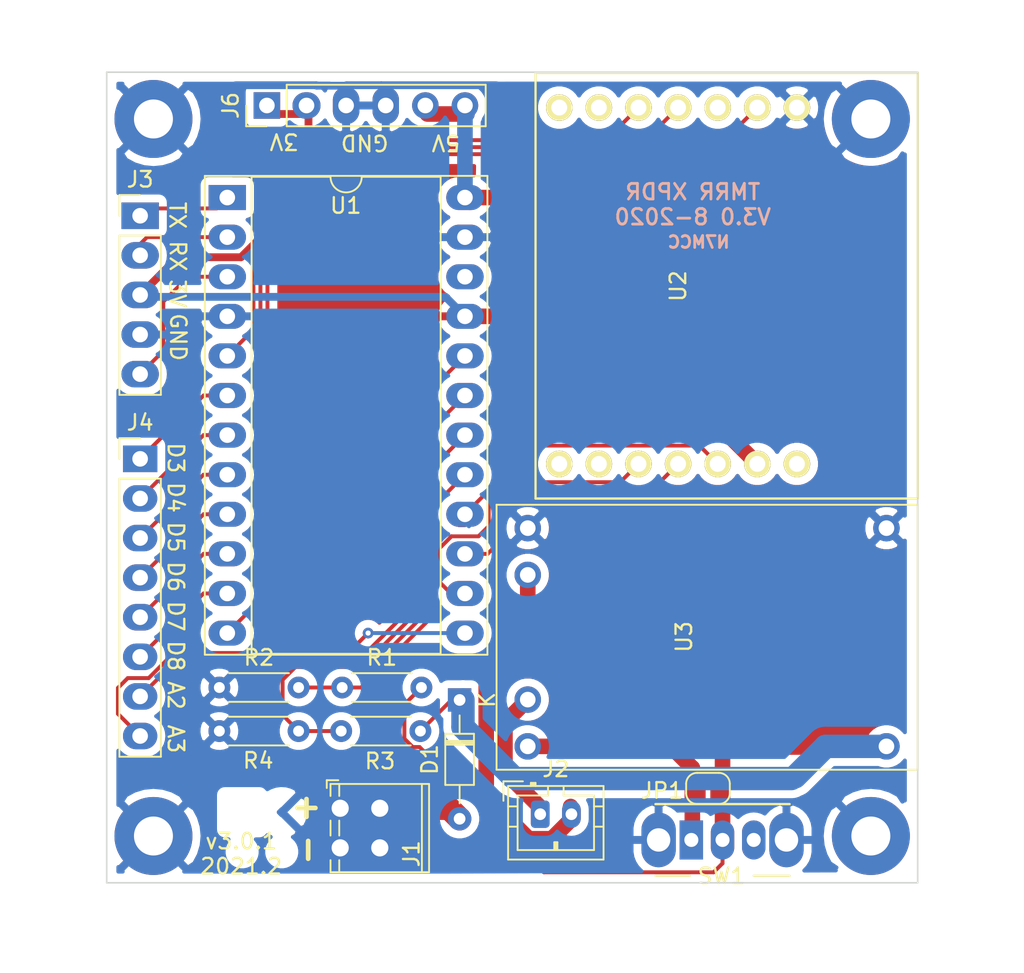
<source format=kicad_pcb>
(kicad_pcb (version 20171130) (host pcbnew 5.1.6-c6e7f7d~87~ubuntu16.04.1)

  (general
    (thickness 1.6)
    (drawings 24)
    (tracks 174)
    (zones 0)
    (modules 19)
    (nets 34)
  )

  (page USLetter)
  (layers
    (0 F.Cu signal)
    (31 B.Cu signal)
    (32 B.Adhes user)
    (33 F.Adhes user)
    (34 B.Paste user hide)
    (35 F.Paste user hide)
    (36 B.SilkS user)
    (37 F.SilkS user)
    (38 B.Mask user)
    (39 F.Mask user)
    (40 Dwgs.User user)
    (41 Cmts.User user)
    (42 Eco1.User user)
    (43 Eco2.User user)
    (44 Edge.Cuts user)
    (45 Margin user)
    (46 B.CrtYd user)
    (47 F.CrtYd user)
    (48 B.Fab user)
    (49 F.Fab user)
  )

  (setup
    (last_trace_width 1)
    (user_trace_width 0.5)
    (user_trace_width 1)
    (trace_clearance 0.2)
    (zone_clearance 0.508)
    (zone_45_only no)
    (trace_min 0.2)
    (via_size 0.6858)
    (via_drill 0.3302)
    (via_min_size 0.508)
    (via_min_drill 0.254)
    (uvia_size 0.6858)
    (uvia_drill 0.3302)
    (uvias_allowed no)
    (uvia_min_size 0.2)
    (uvia_min_drill 0.1)
    (edge_width 0.1)
    (segment_width 0.2)
    (pcb_text_width 0.3)
    (pcb_text_size 1.5 1.5)
    (mod_edge_width 0.15)
    (mod_text_size 1 1)
    (mod_text_width 0.15)
    (pad_size 1.7 1.7)
    (pad_drill 1)
    (pad_to_mask_clearance 0.05)
    (solder_mask_min_width 0.25)
    (aux_axis_origin 0 0)
    (visible_elements FFFFFF7F)
    (pcbplotparams
      (layerselection 0x010fc_ffffffff)
      (usegerberextensions false)
      (usegerberattributes false)
      (usegerberadvancedattributes false)
      (creategerberjobfile false)
      (excludeedgelayer true)
      (linewidth 0.100000)
      (plotframeref false)
      (viasonmask false)
      (mode 1)
      (useauxorigin false)
      (hpglpennumber 1)
      (hpglpenspeed 20)
      (hpglpendiameter 15.000000)
      (psnegative false)
      (psa4output false)
      (plotreference true)
      (plotvalue true)
      (plotinvisibletext false)
      (padsonsilk false)
      (subtractmaskfromsilk false)
      (outputformat 1)
      (mirror false)
      (drillshape 1)
      (scaleselection 1)
      (outputdirectory ""))
  )

  (net 0 "")
  (net 1 GND)
  (net 2 "Net-(U2-Pad3)")
  (net 3 /5v)
  (net 4 /3.3v)
  (net 5 /SS)
  (net 6 /MOSI)
  (net 7 /MISO)
  (net 8 /SCK)
  (net 9 "Net-(J2-Pad1)")
  (net 10 "Net-(J2-Pad2)")
  (net 11 "Net-(J3-Pad1)")
  (net 12 "Net-(J3-Pad2)")
  (net 13 "Net-(J3-Pad5)")
  (net 14 "Net-(J4-Pad1)")
  (net 15 "Net-(J4-Pad2)")
  (net 16 "Net-(J4-Pad3)")
  (net 17 "Net-(J4-Pad4)")
  (net 18 "Net-(J4-Pad5)")
  (net 19 "Net-(J4-Pad6)")
  (net 20 "Net-(R1-Pad1)")
  (net 21 "Net-(U1-Pad5)")
  (net 22 "Net-(U1-Pad22)")
  (net 23 "Net-(U1-Pad12)")
  (net 24 "Net-(U2-Pad8)")
  (net 25 "Net-(U2-Pad7)")
  (net 26 "Net-(U2-Pad6)")
  (net 27 "Net-(R3-Pad1)")
  (net 28 "Net-(SW1-Pad3)")
  (net 29 "Net-(D1-Pad1)")
  (net 30 "Net-(D1-Pad2)")
  (net 31 "Net-(JP1-Pad1)")
  (net 32 "Net-(J4-Pad7)")
  (net 33 "Net-(J4-Pad8)")

  (net_class Default "This is the default net class."
    (clearance 0.2)
    (trace_width 0.25)
    (via_dia 0.6858)
    (via_drill 0.3302)
    (uvia_dia 0.6858)
    (uvia_drill 0.3302)
    (add_net /3.3v)
    (add_net /5v)
    (add_net /MISO)
    (add_net /MOSI)
    (add_net /SCK)
    (add_net /SS)
    (add_net GND)
    (add_net "Net-(D1-Pad1)")
    (add_net "Net-(D1-Pad2)")
    (add_net "Net-(J2-Pad1)")
    (add_net "Net-(J2-Pad2)")
    (add_net "Net-(J3-Pad1)")
    (add_net "Net-(J3-Pad2)")
    (add_net "Net-(J3-Pad5)")
    (add_net "Net-(J4-Pad1)")
    (add_net "Net-(J4-Pad2)")
    (add_net "Net-(J4-Pad3)")
    (add_net "Net-(J4-Pad4)")
    (add_net "Net-(J4-Pad5)")
    (add_net "Net-(J4-Pad6)")
    (add_net "Net-(J4-Pad7)")
    (add_net "Net-(J4-Pad8)")
    (add_net "Net-(JP1-Pad1)")
    (add_net "Net-(R1-Pad1)")
    (add_net "Net-(R3-Pad1)")
    (add_net "Net-(SW1-Pad3)")
    (add_net "Net-(U1-Pad12)")
    (add_net "Net-(U1-Pad22)")
    (add_net "Net-(U1-Pad5)")
    (add_net "Net-(U2-Pad3)")
    (add_net "Net-(U2-Pad6)")
    (add_net "Net-(U2-Pad7)")
    (add_net "Net-(U2-Pad8)")
  )

  (module TerminalBlock_Phoenix:TerminalBlock_Phoenix_MPT-0,5-2-2.54_1x02_P2.54mm_Horizontal (layer F.Cu) (tedit 5B294F98) (tstamp 602B7311)
    (at 167.513 117.221 270)
    (descr "Terminal Block Phoenix MPT-0,5-2-2.54, 2 pins, pitch 2.54mm, size 5.54x6.2mm^2, drill diamater 1.1mm, pad diameter 2.2mm, see http://www.mouser.com/ds/2/324/ItemDetail_1725656-920552.pdf, script-generated using https://github.com/pointhi/kicad-footprint-generator/scripts/TerminalBlock_Phoenix")
    (tags "THT Terminal Block Phoenix MPT-0,5-2-2.54 pitch 2.54mm size 5.54x6.2mm^2 drill 1.1mm pad 2.2mm")
    (path /60260ED3)
    (fp_text reference J1 (at 2.921 -2.032 90) (layer F.SilkS)
      (effects (font (size 1 1) (thickness 0.15)))
    )
    (fp_text value Conn_01x02_Male (at 0 4.87 90) (layer F.Fab)
      (effects (font (size 1 1) (thickness 0.15)))
    )
    (fp_circle (center 0 0) (end 1.1 0) (layer F.Fab) (width 0.1))
    (fp_circle (center 2.54 0) (end 3.64 0) (layer F.Fab) (width 0.1))
    (fp_line (start -1.5 -3.1) (end 4.04 -3.1) (layer F.Fab) (width 0.1))
    (fp_line (start 4.04 -3.1) (end 4.04 3.1) (layer F.Fab) (width 0.1))
    (fp_line (start 4.04 3.1) (end -1 3.1) (layer F.Fab) (width 0.1))
    (fp_line (start -1 3.1) (end -1.5 2.6) (layer F.Fab) (width 0.1))
    (fp_line (start -1.5 2.6) (end -1.5 -3.1) (layer F.Fab) (width 0.1))
    (fp_line (start -1.5 2.6) (end 4.04 2.6) (layer F.Fab) (width 0.1))
    (fp_line (start -1.56 2.6) (end -0.79 2.6) (layer F.SilkS) (width 0.12))
    (fp_line (start 0.79 2.6) (end 1.75 2.6) (layer F.SilkS) (width 0.12))
    (fp_line (start 3.33 2.6) (end 4.1 2.6) (layer F.SilkS) (width 0.12))
    (fp_line (start -1.5 -2.7) (end 4.04 -2.7) (layer F.Fab) (width 0.1))
    (fp_line (start -1.56 -2.7) (end 4.1 -2.7) (layer F.SilkS) (width 0.12))
    (fp_line (start -1.56 -3.16) (end 4.1 -3.16) (layer F.SilkS) (width 0.12))
    (fp_line (start -1.56 3.16) (end -0.79 3.16) (layer F.SilkS) (width 0.12))
    (fp_line (start 0.79 3.16) (end 1.75 3.16) (layer F.SilkS) (width 0.12))
    (fp_line (start 3.33 3.16) (end 4.1 3.16) (layer F.SilkS) (width 0.12))
    (fp_line (start -1.56 -3.16) (end -1.56 3.16) (layer F.SilkS) (width 0.12))
    (fp_line (start 4.1 -3.16) (end 4.1 3.16) (layer F.SilkS) (width 0.12))
    (fp_line (start 0.835 -0.7) (end -0.701 0.835) (layer F.Fab) (width 0.1))
    (fp_line (start 0.701 -0.835) (end -0.835 0.7) (layer F.Fab) (width 0.1))
    (fp_line (start 3.375 -0.7) (end 1.84 0.835) (layer F.Fab) (width 0.1))
    (fp_line (start 3.241 -0.835) (end 1.706 0.7) (layer F.Fab) (width 0.1))
    (fp_line (start -1.8 2.66) (end -1.8 3.4) (layer F.SilkS) (width 0.12))
    (fp_line (start -1.8 3.4) (end -1.3 3.4) (layer F.SilkS) (width 0.12))
    (fp_line (start -2 -3.6) (end -2 3.6) (layer F.CrtYd) (width 0.05))
    (fp_line (start -2 3.6) (end 4.54 3.6) (layer F.CrtYd) (width 0.05))
    (fp_line (start 4.54 3.6) (end 4.54 -3.6) (layer F.CrtYd) (width 0.05))
    (fp_line (start 4.54 -3.6) (end -2 -3.6) (layer F.CrtYd) (width 0.05))
    (fp_text user %R (at 0 1.27) (layer F.Fab)
      (effects (font (size 1 1) (thickness 0.15)))
    )
    (pad "" np_thru_hole circle (at 2.54 2.54 270) (size 1.1 1.1) (drill 1.1) (layers *.Cu *.Mask))
    (pad 2 thru_hole circle (at 2.54 0 270) (size 2.2 2.2) (drill 1.1) (layers *.Cu *.Mask)
      (net 1 GND))
    (pad "" np_thru_hole circle (at 0 2.54 270) (size 1.1 1.1) (drill 1.1) (layers *.Cu *.Mask))
    (pad 1 thru_hole rect (at 0 0 270) (size 2.2 2.2) (drill 1.1) (layers *.Cu *.Mask)
      (net 30 "Net-(D1-Pad2)"))
    (model ${KISYS3DMOD}/TerminalBlock_Phoenix.3dshapes/TerminalBlock_Phoenix_MPT-0,5-2-2.54_1x02_P2.54mm_Horizontal.wrl
      (at (xyz 0 0 0))
      (scale (xyz 1 1 1))
      (rotate (xyz 0 0 0))
    )
  )

  (module InAir4:TP4056 (layer F.Cu) (tedit 60348761) (tstamp 602B73CD)
    (at 202 106.25 270)
    (path /602534E4)
    (fp_text reference U3 (at -0.0272 14.9798 90) (layer F.SilkS)
      (effects (font (size 1 1) (thickness 0.15)))
    )
    (fp_text value TP4056 (at 0 -2.54 90) (layer F.Fab)
      (effects (font (size 1 1) (thickness 0.15)))
    )
    (fp_line (start 8.5 27) (end 8.5 0) (layer F.SilkS) (width 0.12))
    (fp_line (start -8.5 27) (end 8.5 27) (layer F.SilkS) (width 0.12))
    (fp_line (start -8.5 0) (end -8.5 27) (layer F.SilkS) (width 0.12))
    (fp_line (start -8.5 0) (end 8.5 0) (layer F.SilkS) (width 0.12))
    (pad 6 thru_hole circle (at 7 25 270) (size 1.7 1.7) (drill 1) (layers *.Cu *.Mask)
      (net 31 "Net-(JP1-Pad1)"))
    (pad 5 thru_hole circle (at 4 25 270) (size 1.7 1.7) (drill 1) (layers *.Cu *.Mask)
      (net 9 "Net-(J2-Pad1)"))
    (pad 4 thru_hole circle (at -4 25 270) (size 1.7 1.7) (drill 1) (layers *.Cu *.Mask)
      (net 10 "Net-(J2-Pad2)"))
    (pad 3 thru_hole circle (at -7 25 270) (size 1.7 1.7) (drill 1) (layers *.Cu *.Mask)
      (net 1 GND))
    (pad 2 thru_hole circle (at 7 2 270) (size 1.7 1.7) (drill 1) (layers *.Cu *.Mask)
      (net 29 "Net-(D1-Pad1)"))
    (pad 1 thru_hole circle (at -7 2 270) (size 1.7 1.7) (drill 1) (layers *.Cu *.Mask)
      (net 1 GND))
  )

  (module InAir4:InAir9B (layer F.Cu) (tedit 603484AA) (tstamp 602B73AB)
    (at 177.5 83.7 270)
    (path /5CA93AFA)
    (fp_text reference U2 (at 0.0184 -9.1392 270) (layer F.SilkS)
      (effects (font (size 1 1) (thickness 0.15)))
    )
    (fp_text value InAir4 (at 0.21 -7.21 270) (layer F.Fab)
      (effects (font (size 1 1) (thickness 0.15)))
    )
    (fp_line (start -13.65 -24.51) (end -13.65 0) (layer F.SilkS) (width 0.15))
    (fp_line (start 13.65 -24.51) (end -13.65 -24.51) (layer F.SilkS) (width 0.15))
    (fp_line (start 13.65 0) (end 13.65 -24.51) (layer F.SilkS) (width 0.15))
    (fp_line (start -13.65 0) (end 13.65 0) (layer F.SilkS) (width 0.15))
    (pad 8 thru_hole circle (at 11.43 -1.52 270) (size 1.7 1.7) (drill 1.016) (layers *.Cu *.Mask F.SilkS)
      (net 24 "Net-(U2-Pad8)"))
    (pad 9 thru_hole circle (at 11.43 -4.06 270) (size 1.7 1.7) (drill 1.016) (layers *.Cu *.Mask F.SilkS))
    (pad 10 thru_hole circle (at 11.43 -6.6 270) (size 1.7 1.7) (drill 1.016) (layers *.Cu *.Mask F.SilkS)
      (net 6 /MOSI))
    (pad 11 thru_hole circle (at 11.43 -9.14 270) (size 1.7 1.7) (drill 1.016) (layers *.Cu *.Mask F.SilkS)
      (net 7 /MISO))
    (pad 12 thru_hole circle (at 11.43 -11.68 270) (size 1.7 1.7) (drill 1.016) (layers *.Cu *.Mask F.SilkS)
      (net 8 /SCK))
    (pad 13 thru_hole circle (at 11.43 -14.22 270) (size 1.7 1.7) (drill 1.016) (layers *.Cu *.Mask F.SilkS)
      (net 4 /3.3v))
    (pad 14 thru_hole circle (at 11.43 -16.76 270) (size 1.7 1.7) (drill 1.016) (layers *.Cu *.Mask F.SilkS))
    (pad 7 thru_hole circle (at -11.43 -1.52 270) (size 1.7 1.7) (drill 1.016) (layers *.Cu *.Mask F.SilkS)
      (net 25 "Net-(U2-Pad7)"))
    (pad 6 thru_hole circle (at -11.43 -4.06 270) (size 1.7 1.7) (drill 1.016) (layers *.Cu *.Mask F.SilkS)
      (net 26 "Net-(U2-Pad6)"))
    (pad 5 thru_hole circle (at -11.43 -6.6 270) (size 1.7 1.7) (drill 1.016) (layers *.Cu *.Mask F.SilkS)
      (net 21 "Net-(U1-Pad5)"))
    (pad 4 thru_hole circle (at -11.43 -9.14 270) (size 1.7 1.7) (drill 1.016) (layers *.Cu *.Mask F.SilkS)
      (net 23 "Net-(U1-Pad12)"))
    (pad 3 thru_hole circle (at -11.43 -11.68 270) (size 1.7 1.7) (drill 1.016) (layers *.Cu *.Mask F.SilkS)
      (net 2 "Net-(U2-Pad3)"))
    (pad 2 thru_hole circle (at -11.43 -14.22 270) (size 1.7 1.7) (drill 1.016) (layers *.Cu *.Mask F.SilkS)
      (net 5 /SS))
    (pad 1 thru_hole circle (at -11.43 -16.76 270) (size 1.7 1.7) (drill 1.016) (layers *.Cu *.Mask F.SilkS)
      (net 1 GND))
  )

  (module MountingHole:MountingHole_2.5mm_Pad (layer F.Cu) (tedit 603358CB) (tstamp 6033B2A3)
    (at 199 73)
    (descr "Mounting Hole 2.5mm")
    (tags "mounting hole 2.5mm")
    (attr virtual)
    (fp_text reference REF** (at 0 -3.5) (layer F.SilkS) hide
      (effects (font (size 1 1) (thickness 0.15)))
    )
    (fp_text value MountingHole_2.5mm_Pad (at 0 3.5) (layer F.Fab)
      (effects (font (size 1 1) (thickness 0.15)))
    )
    (fp_circle (center 0 0) (end 2.75 0) (layer F.CrtYd) (width 0.05))
    (fp_circle (center 0 0) (end 2.5 0) (layer Cmts.User) (width 0.15))
    (fp_text user %R (at 0.3 0) (layer F.Fab)
      (effects (font (size 1 1) (thickness 0.15)))
    )
    (pad 1 thru_hole circle (at 0 0) (size 5 5) (drill 2.5) (layers *.Cu *.Mask)
      (net 1 GND))
  )

  (module MountingHole:MountingHole_2.5mm_Pad (layer F.Cu) (tedit 603358D3) (tstamp 6033B286)
    (at 199 119)
    (descr "Mounting Hole 2.5mm")
    (tags "mounting hole 2.5mm")
    (attr virtual)
    (fp_text reference REF** (at 0 -3.5) (layer F.SilkS) hide
      (effects (font (size 1 1) (thickness 0.15)))
    )
    (fp_text value MountingHole_2.5mm_Pad (at 0 3.5) (layer F.Fab)
      (effects (font (size 1 1) (thickness 0.15)))
    )
    (fp_circle (center 0 0) (end 2.75 0) (layer F.CrtYd) (width 0.05))
    (fp_circle (center 0 0) (end 2.5 0) (layer Cmts.User) (width 0.15))
    (fp_text user %R (at 0.3 0) (layer F.Fab)
      (effects (font (size 1 1) (thickness 0.15)))
    )
    (pad 1 thru_hole circle (at 0 0) (size 5 5) (drill 2.5) (layers *.Cu *.Mask)
      (net 1 GND))
  )

  (module MountingHole:MountingHole_2.5mm_Pad (layer F.Cu) (tedit 603358BD) (tstamp 6033B269)
    (at 153 119)
    (descr "Mounting Hole 2.5mm")
    (tags "mounting hole 2.5mm")
    (attr virtual)
    (fp_text reference REF** (at 0 -3.5) (layer F.SilkS) hide
      (effects (font (size 1 1) (thickness 0.15)))
    )
    (fp_text value MountingHole_2.5mm_Pad (at 0 3.5) (layer F.Fab)
      (effects (font (size 1 1) (thickness 0.15)))
    )
    (fp_circle (center 0 0) (end 2.75 0) (layer F.CrtYd) (width 0.05))
    (fp_circle (center 0 0) (end 2.5 0) (layer Cmts.User) (width 0.15))
    (fp_text user %R (at 0.3 0) (layer F.Fab)
      (effects (font (size 1 1) (thickness 0.15)))
    )
    (pad 1 thru_hole circle (at 0 0) (size 5 5) (drill 2.5) (layers *.Cu *.Mask)
      (net 1 GND))
  )

  (module MountingHole:MountingHole_2.5mm_Pad (layer F.Cu) (tedit 603358C4) (tstamp 6033B24C)
    (at 153 73)
    (descr "Mounting Hole 2.5mm")
    (tags "mounting hole 2.5mm")
    (attr virtual)
    (fp_text reference REF** (at 0 -3.5) (layer F.SilkS) hide
      (effects (font (size 1 1) (thickness 0.15)))
    )
    (fp_text value MountingHole_2.5mm_Pad (at 0 3.5) (layer F.Fab)
      (effects (font (size 1 1) (thickness 0.15)))
    )
    (fp_circle (center 0 0) (end 2.75 0) (layer F.CrtYd) (width 0.05))
    (fp_circle (center 0 0) (end 2.5 0) (layer Cmts.User) (width 0.15))
    (fp_text user %R (at 0.3 0) (layer F.Fab)
      (effects (font (size 1 1) (thickness 0.15)))
    )
    (pad 1 thru_hole circle (at 0 0) (size 5 5) (drill 2.5) (layers *.Cu *.Mask)
      (net 1 GND))
  )

  (module Connector_PinHeader_2.54mm:PinHeader_1x06_P2.54mm_Vertical (layer F.Cu) (tedit 603864BE) (tstamp 6033F18C)
    (at 160.274 72.136 90)
    (descr "Through hole straight pin header, 1x06, 2.54mm pitch, single row")
    (tags "Through hole pin header THT 1x06 2.54mm single row")
    (path /603629AB)
    (fp_text reference J6 (at 0 -2.33 90) (layer F.SilkS)
      (effects (font (size 1 1) (thickness 0.15)))
    )
    (fp_text value Conn_01x06_Male (at 0 15.03 90) (layer F.Fab)
      (effects (font (size 1 1) (thickness 0.15)))
    )
    (fp_line (start 1.8 -1.8) (end -1.8 -1.8) (layer F.CrtYd) (width 0.05))
    (fp_line (start 1.8 14.5) (end 1.8 -1.8) (layer F.CrtYd) (width 0.05))
    (fp_line (start -1.8 14.5) (end 1.8 14.5) (layer F.CrtYd) (width 0.05))
    (fp_line (start -1.8 -1.8) (end -1.8 14.5) (layer F.CrtYd) (width 0.05))
    (fp_line (start -1.33 -1.33) (end 0 -1.33) (layer F.SilkS) (width 0.12))
    (fp_line (start -1.33 0) (end -1.33 -1.33) (layer F.SilkS) (width 0.12))
    (fp_line (start -1.33 1.27) (end 1.33 1.27) (layer F.SilkS) (width 0.12))
    (fp_line (start 1.33 1.27) (end 1.33 14.03) (layer F.SilkS) (width 0.12))
    (fp_line (start -1.33 1.27) (end -1.33 14.03) (layer F.SilkS) (width 0.12))
    (fp_line (start -1.33 14.03) (end 1.33 14.03) (layer F.SilkS) (width 0.12))
    (fp_line (start -1.27 -0.635) (end -0.635 -1.27) (layer F.Fab) (width 0.1))
    (fp_line (start -1.27 13.97) (end -1.27 -0.635) (layer F.Fab) (width 0.1))
    (fp_line (start 1.27 13.97) (end -1.27 13.97) (layer F.Fab) (width 0.1))
    (fp_line (start 1.27 -1.27) (end 1.27 13.97) (layer F.Fab) (width 0.1))
    (fp_line (start -0.635 -1.27) (end 1.27 -1.27) (layer F.Fab) (width 0.1))
    (fp_text user %R (at 0 6.35) (layer F.Fab)
      (effects (font (size 1 1) (thickness 0.15)))
    )
    (pad 1 thru_hole rect (at 0 0 90) (size 1.7 1.7) (drill 1) (layers *.Cu *.Mask)
      (net 4 /3.3v))
    (pad 2 thru_hole oval (at 0 2.54 90) (size 1.7 1.8) (drill 1) (layers *.Cu *.Mask)
      (net 4 /3.3v))
    (pad 3 thru_hole oval (at 0 5.08 90) (size 2.4 1.7) (drill 1) (layers *.Cu *.Mask)
      (net 1 GND))
    (pad 4 thru_hole oval (at 0 7.62 90) (size 2.4 1.7) (drill 1) (layers *.Cu *.Mask)
      (net 1 GND))
    (pad 5 thru_hole oval (at 0 10.16 90) (size 1.7 1.7) (drill 1) (layers *.Cu *.Mask)
      (net 3 /5v))
    (pad 6 thru_hole oval (at 0 12.7 90) (size 1.7 1.7) (drill 1) (layers *.Cu *.Mask)
      (net 3 /5v))
    (model ${KISYS3DMOD}/Connector_PinHeader_2.54mm.3dshapes/PinHeader_1x06_P2.54mm_Vertical.wrl
      (at (xyz 0 0 0))
      (scale (xyz 1 1 1))
      (rotate (xyz 0 0 0))
    )
  )

  (module Package_DIP:DIP-24_W15.24mm_Socket_LongPads (layer F.Cu) (tedit 5CB66F85) (tstamp 5CBEC58C)
    (at 157.734 78.0415)
    (descr "24-lead though-hole mounted DIP package, row spacing 15.24 mm (600 mils), Socket, LongPads")
    (tags "THT DIP DIL PDIP 2.54mm 15.24mm 600mil Socket LongPads")
    (path /5CA9EFDC)
    (fp_text reference U1 (at 7.5946 0.5207) (layer F.SilkS)
      (effects (font (size 1 1) (thickness 0.15)))
    )
    (fp_text value ProMini (at 7.62 30.27) (layer F.Fab)
      (effects (font (size 1 1) (thickness 0.15)))
    )
    (fp_line (start 16.8 -1.6) (end -1.55 -1.6) (layer F.CrtYd) (width 0.05))
    (fp_line (start 16.8 29.55) (end 16.8 -1.6) (layer F.CrtYd) (width 0.05))
    (fp_line (start -1.55 29.55) (end 16.8 29.55) (layer F.CrtYd) (width 0.05))
    (fp_line (start -1.55 -1.6) (end -1.55 29.55) (layer F.CrtYd) (width 0.05))
    (fp_line (start 16.68 -1.39) (end -1.44 -1.39) (layer F.SilkS) (width 0.12))
    (fp_line (start 16.68 29.33) (end 16.68 -1.39) (layer F.SilkS) (width 0.12))
    (fp_line (start -1.44 29.33) (end 16.68 29.33) (layer F.SilkS) (width 0.12))
    (fp_line (start -1.44 -1.39) (end -1.44 29.33) (layer F.SilkS) (width 0.12))
    (fp_line (start 13.68 -1.33) (end 8.62 -1.33) (layer F.SilkS) (width 0.12))
    (fp_line (start 13.68 29.27) (end 13.68 -1.33) (layer F.SilkS) (width 0.12))
    (fp_line (start 1.56 29.27) (end 13.68 29.27) (layer F.SilkS) (width 0.12))
    (fp_line (start 1.56 -1.33) (end 1.56 29.27) (layer F.SilkS) (width 0.12))
    (fp_line (start 6.62 -1.33) (end 1.56 -1.33) (layer F.SilkS) (width 0.12))
    (fp_line (start 16.51 -1.33) (end -1.27 -1.33) (layer F.Fab) (width 0.1))
    (fp_line (start 16.51 29.27) (end 16.51 -1.33) (layer F.Fab) (width 0.1))
    (fp_line (start -1.27 29.27) (end 16.51 29.27) (layer F.Fab) (width 0.1))
    (fp_line (start -1.27 -1.33) (end -1.27 29.27) (layer F.Fab) (width 0.1))
    (fp_line (start 0.255 -0.27) (end 1.255 -1.27) (layer F.Fab) (width 0.1))
    (fp_line (start 0.255 29.21) (end 0.255 -0.27) (layer F.Fab) (width 0.1))
    (fp_line (start 14.985 29.21) (end 0.255 29.21) (layer F.Fab) (width 0.1))
    (fp_line (start 14.985 -1.27) (end 14.985 29.21) (layer F.Fab) (width 0.1))
    (fp_line (start 1.255 -1.27) (end 14.985 -1.27) (layer F.Fab) (width 0.1))
    (fp_arc (start 7.62 -1.33) (end 6.62 -1.33) (angle -180) (layer F.SilkS) (width 0.12))
    (fp_text user %R (at 7.62 13.97) (layer F.Fab)
      (effects (font (size 1 1) (thickness 0.15)))
    )
    (pad 1 thru_hole rect (at 0 0) (size 2.4 1.6) (drill 1) (layers *.Cu *.Mask)
      (net 11 "Net-(J3-Pad1)"))
    (pad 13 thru_hole oval (at 15.24 27.94) (size 2.4 1.6) (drill 1) (layers *.Cu *.Mask)
      (net 5 /SS))
    (pad 2 thru_hole oval (at 0 2.54) (size 2.4 1.6) (drill 1) (layers *.Cu *.Mask)
      (net 12 "Net-(J3-Pad2)"))
    (pad 14 thru_hole oval (at 15.24 25.4) (size 2.4 1.6) (drill 1) (layers *.Cu *.Mask)
      (net 6 /MOSI))
    (pad 3 thru_hole oval (at 0 5.08) (size 2.4 1.6) (drill 1) (layers *.Cu *.Mask)
      (net 13 "Net-(J3-Pad5)"))
    (pad 15 thru_hole oval (at 15.24 22.86) (size 2.4 1.6) (drill 1) (layers *.Cu *.Mask)
      (net 7 /MISO))
    (pad 4 thru_hole oval (at 0 7.62) (size 2.4 1.6) (drill 1) (layers *.Cu *.Mask)
      (net 1 GND))
    (pad 16 thru_hole oval (at 15.24 20.32) (size 2.4 1.6) (drill 1) (layers *.Cu *.Mask)
      (net 8 /SCK))
    (pad 5 thru_hole oval (at 0 10.16) (size 2.4 1.6) (drill 1) (layers *.Cu *.Mask)
      (net 21 "Net-(U1-Pad5)"))
    (pad 17 thru_hole oval (at 15.24 17.78) (size 2.4 1.6) (drill 1) (layers *.Cu *.Mask)
      (net 20 "Net-(R1-Pad1)"))
    (pad 6 thru_hole oval (at 0 12.7) (size 2.4 1.6) (drill 1) (layers *.Cu *.Mask)
      (net 14 "Net-(J4-Pad1)"))
    (pad 18 thru_hole oval (at 15.24 15.24) (size 2.4 1.6) (drill 1) (layers *.Cu *.Mask)
      (net 27 "Net-(R3-Pad1)"))
    (pad 7 thru_hole oval (at 0 15.24) (size 2.4 1.6) (drill 1) (layers *.Cu *.Mask)
      (net 15 "Net-(J4-Pad2)"))
    (pad 19 thru_hole oval (at 15.24 12.7) (size 2.4 1.6) (drill 1) (layers *.Cu *.Mask)
      (net 32 "Net-(J4-Pad7)"))
    (pad 8 thru_hole oval (at 0 17.78) (size 2.4 1.6) (drill 1) (layers *.Cu *.Mask)
      (net 16 "Net-(J4-Pad3)"))
    (pad 20 thru_hole oval (at 15.24 10.16) (size 2.4 1.6) (drill 1) (layers *.Cu *.Mask)
      (net 33 "Net-(J4-Pad8)"))
    (pad 9 thru_hole oval (at 0 20.32) (size 2.4 1.6) (drill 1) (layers *.Cu *.Mask)
      (net 17 "Net-(J4-Pad4)"))
    (pad 21 thru_hole oval (at 15.24 7.62) (size 2.4 1.6) (drill 1) (layers *.Cu *.Mask)
      (net 4 /3.3v))
    (pad 10 thru_hole oval (at 0 22.86) (size 2.4 1.6) (drill 1) (layers *.Cu *.Mask)
      (net 18 "Net-(J4-Pad5)"))
    (pad 22 thru_hole oval (at 15.24 5.08) (size 2.4 1.6) (drill 1) (layers *.Cu *.Mask)
      (net 22 "Net-(U1-Pad22)"))
    (pad 11 thru_hole oval (at 0 25.4) (size 2.4 1.6) (drill 1) (layers *.Cu *.Mask)
      (net 19 "Net-(J4-Pad6)"))
    (pad 23 thru_hole oval (at 15.24 2.54) (size 2.4 1.6) (drill 1) (layers *.Cu *.Mask)
      (net 1 GND))
    (pad 12 thru_hole oval (at 0 27.94) (size 2.4 1.6) (drill 1) (layers *.Cu *.Mask)
      (net 23 "Net-(U1-Pad12)"))
    (pad 24 thru_hole oval (at 15.24 0) (size 2.4 1.6) (drill 1) (layers *.Cu *.Mask)
      (net 3 /5v))
    (model ${KISYS3DMOD}/Package_DIP.3dshapes/DIP-24_W15.24mm_Socket.wrl
      (at (xyz 0 0 0))
      (scale (xyz 1 1 1))
      (rotate (xyz 0 0 0))
    )
  )

  (module Connector_JST:JST_PH_B2B-PH-K_1x02_P2.00mm_Vertical (layer F.Cu) (tedit 5B7745C2) (tstamp 602B7312)
    (at 177.8 117.602)
    (descr "JST PH series connector, B2B-PH-K (http://www.jst-mfg.com/product/pdf/eng/ePH.pdf), generated with kicad-footprint-generator")
    (tags "connector JST PH side entry")
    (path /5CB72E20)
    (fp_text reference J2 (at 1 -2.9) (layer F.SilkS)
      (effects (font (size 1 1) (thickness 0.15)))
    )
    (fp_text value Conn_01x02_Male (at 1 4) (layer F.Fab)
      (effects (font (size 1 1) (thickness 0.15)))
    )
    (fp_line (start 4.45 -2.2) (end -2.45 -2.2) (layer F.CrtYd) (width 0.05))
    (fp_line (start 4.45 3.3) (end 4.45 -2.2) (layer F.CrtYd) (width 0.05))
    (fp_line (start -2.45 3.3) (end 4.45 3.3) (layer F.CrtYd) (width 0.05))
    (fp_line (start -2.45 -2.2) (end -2.45 3.3) (layer F.CrtYd) (width 0.05))
    (fp_line (start 3.95 -1.7) (end -1.95 -1.7) (layer F.Fab) (width 0.1))
    (fp_line (start 3.95 2.8) (end 3.95 -1.7) (layer F.Fab) (width 0.1))
    (fp_line (start -1.95 2.8) (end 3.95 2.8) (layer F.Fab) (width 0.1))
    (fp_line (start -1.95 -1.7) (end -1.95 2.8) (layer F.Fab) (width 0.1))
    (fp_line (start -2.36 -2.11) (end -2.36 -0.86) (layer F.Fab) (width 0.1))
    (fp_line (start -1.11 -2.11) (end -2.36 -2.11) (layer F.Fab) (width 0.1))
    (fp_line (start -2.36 -2.11) (end -2.36 -0.86) (layer F.SilkS) (width 0.12))
    (fp_line (start -1.11 -2.11) (end -2.36 -2.11) (layer F.SilkS) (width 0.12))
    (fp_line (start 1 2.3) (end 1 1.8) (layer F.SilkS) (width 0.12))
    (fp_line (start 1.1 1.8) (end 1.1 2.3) (layer F.SilkS) (width 0.12))
    (fp_line (start 0.9 1.8) (end 1.1 1.8) (layer F.SilkS) (width 0.12))
    (fp_line (start 0.9 2.3) (end 0.9 1.8) (layer F.SilkS) (width 0.12))
    (fp_line (start 4.06 0.8) (end 3.45 0.8) (layer F.SilkS) (width 0.12))
    (fp_line (start 4.06 -0.5) (end 3.45 -0.5) (layer F.SilkS) (width 0.12))
    (fp_line (start -2.06 0.8) (end -1.45 0.8) (layer F.SilkS) (width 0.12))
    (fp_line (start -2.06 -0.5) (end -1.45 -0.5) (layer F.SilkS) (width 0.12))
    (fp_line (start 1.5 -1.2) (end 1.5 -1.81) (layer F.SilkS) (width 0.12))
    (fp_line (start 3.45 -1.2) (end 1.5 -1.2) (layer F.SilkS) (width 0.12))
    (fp_line (start 3.45 2.3) (end 3.45 -1.2) (layer F.SilkS) (width 0.12))
    (fp_line (start -1.45 2.3) (end 3.45 2.3) (layer F.SilkS) (width 0.12))
    (fp_line (start -1.45 -1.2) (end -1.45 2.3) (layer F.SilkS) (width 0.12))
    (fp_line (start 0.5 -1.2) (end -1.45 -1.2) (layer F.SilkS) (width 0.12))
    (fp_line (start 0.5 -1.81) (end 0.5 -1.2) (layer F.SilkS) (width 0.12))
    (fp_line (start -0.3 -1.91) (end -0.6 -1.91) (layer F.SilkS) (width 0.12))
    (fp_line (start -0.6 -2.01) (end -0.6 -1.81) (layer F.SilkS) (width 0.12))
    (fp_line (start -0.3 -2.01) (end -0.6 -2.01) (layer F.SilkS) (width 0.12))
    (fp_line (start -0.3 -1.81) (end -0.3 -2.01) (layer F.SilkS) (width 0.12))
    (fp_line (start 4.06 -1.81) (end -2.06 -1.81) (layer F.SilkS) (width 0.12))
    (fp_line (start 4.06 2.91) (end 4.06 -1.81) (layer F.SilkS) (width 0.12))
    (fp_line (start -2.06 2.91) (end 4.06 2.91) (layer F.SilkS) (width 0.12))
    (fp_line (start -2.06 -1.81) (end -2.06 2.91) (layer F.SilkS) (width 0.12))
    (pad 1 thru_hole roundrect (at 0 0) (size 1.2 1.75) (drill 0.75) (layers *.Cu *.Mask) (roundrect_rratio 0.208333)
      (net 9 "Net-(J2-Pad1)"))
    (pad 2 thru_hole oval (at 2 0) (size 1.2 1.75) (drill 0.75) (layers *.Cu *.Mask)
      (net 10 "Net-(J2-Pad2)"))
    (model ${KISYS3DMOD}/Connector_JST.3dshapes/JST_PH_B2B-PH-K_1x02_P2.00mm_Vertical.wrl
      (at (xyz 0 0 0))
      (scale (xyz 1 1 1))
      (rotate (xyz 0 0 0))
    )
  )

  (module Connector_PinHeader_2.54mm:PinHeader_1x05_P2.54mm_Vertical (layer F.Cu) (tedit 60348323) (tstamp 602B7353)
    (at 152.146 79.2099)
    (descr "Through hole straight pin header, 1x05, 2.54mm pitch, single row")
    (tags "Through hole pin header THT 1x05 2.54mm single row")
    (path /602459ED)
    (fp_text reference J3 (at 0 -2.33) (layer F.SilkS)
      (effects (font (size 1 1) (thickness 0.15)))
    )
    (fp_text value Conn_01x05_Male (at 0 12.49) (layer F.Fab)
      (effects (font (size 1 1) (thickness 0.15)))
    )
    (fp_line (start 1.8 -1.8) (end -1.8 -1.8) (layer F.CrtYd) (width 0.05))
    (fp_line (start 1.8 11.95) (end 1.8 -1.8) (layer F.CrtYd) (width 0.05))
    (fp_line (start -1.8 11.95) (end 1.8 11.95) (layer F.CrtYd) (width 0.05))
    (fp_line (start -1.8 -1.8) (end -1.8 11.95) (layer F.CrtYd) (width 0.05))
    (fp_line (start -1.33 -1.33) (end 0 -1.33) (layer F.SilkS) (width 0.12))
    (fp_line (start -1.33 0) (end -1.33 -1.33) (layer F.SilkS) (width 0.12))
    (fp_line (start -1.33 1.27) (end 1.33 1.27) (layer F.SilkS) (width 0.12))
    (fp_line (start 1.33 1.27) (end 1.33 11.49) (layer F.SilkS) (width 0.12))
    (fp_line (start -1.33 1.27) (end -1.33 11.49) (layer F.SilkS) (width 0.12))
    (fp_line (start -1.33 11.49) (end 1.33 11.49) (layer F.SilkS) (width 0.12))
    (fp_line (start -1.27 -0.635) (end -0.635 -1.27) (layer F.Fab) (width 0.1))
    (fp_line (start -1.27 11.43) (end -1.27 -0.635) (layer F.Fab) (width 0.1))
    (fp_line (start 1.27 11.43) (end -1.27 11.43) (layer F.Fab) (width 0.1))
    (fp_line (start 1.27 -1.27) (end 1.27 11.43) (layer F.Fab) (width 0.1))
    (fp_line (start -0.635 -1.27) (end 1.27 -1.27) (layer F.Fab) (width 0.1))
    (fp_text user %R (at 0 5.08 90) (layer F.Fab)
      (effects (font (size 1 1) (thickness 0.15)))
    )
    (pad 1 thru_hole rect (at 0 0) (size 2.4 1.7) (drill 1) (layers *.Cu *.Mask)
      (net 11 "Net-(J3-Pad1)"))
    (pad 2 thru_hole oval (at 0 2.54) (size 2.4 1.7) (drill 1) (layers *.Cu *.Mask)
      (net 12 "Net-(J3-Pad2)"))
    (pad 3 thru_hole oval (at 0 5.08) (size 2.4 1.7) (drill 1) (layers *.Cu *.Mask)
      (net 4 /3.3v))
    (pad 4 thru_hole oval (at 0 7.62) (size 2.4 1.7) (drill 1) (layers *.Cu *.Mask)
      (net 1 GND))
    (pad 5 thru_hole oval (at 0 10.16) (size 2.4 1.7) (drill 1) (layers *.Cu *.Mask)
      (net 13 "Net-(J3-Pad5)"))
    (model ${KISYS3DMOD}/Connector_PinHeader_2.54mm.3dshapes/PinHeader_1x05_P2.54mm_Vertical.wrl
      (at (xyz 0 0 0))
      (scale (xyz 1 1 1))
      (rotate (xyz 0 0 0))
    )
  )

  (module Resistor_THT:R_Axial_DIN0204_L3.6mm_D1.6mm_P5.08mm_Horizontal (layer F.Cu) (tedit 5AE5139B) (tstamp 602B75BB)
    (at 165.0365 112.268)
    (descr "Resistor, Axial_DIN0204 series, Axial, Horizontal, pin pitch=5.08mm, 0.167W, length*diameter=3.6*1.6mm^2, http://cdn-reichelt.de/documents/datenblatt/B400/1_4W%23YAG.pdf")
    (tags "Resistor Axial_DIN0204 series Axial Horizontal pin pitch 5.08mm 0.167W length 3.6mm diameter 1.6mm")
    (path /602BC2D7)
    (fp_text reference R3 (at 2.4892 1.9304) (layer F.SilkS)
      (effects (font (size 1 1) (thickness 0.15)))
    )
    (fp_text value 1M (at 2.54 1.92) (layer F.Fab)
      (effects (font (size 1 1) (thickness 0.15)))
    )
    (fp_line (start 6.03 -1.05) (end -0.95 -1.05) (layer F.CrtYd) (width 0.05))
    (fp_line (start 6.03 1.05) (end 6.03 -1.05) (layer F.CrtYd) (width 0.05))
    (fp_line (start -0.95 1.05) (end 6.03 1.05) (layer F.CrtYd) (width 0.05))
    (fp_line (start -0.95 -1.05) (end -0.95 1.05) (layer F.CrtYd) (width 0.05))
    (fp_line (start 0.62 0.92) (end 4.46 0.92) (layer F.SilkS) (width 0.12))
    (fp_line (start 0.62 -0.92) (end 4.46 -0.92) (layer F.SilkS) (width 0.12))
    (fp_line (start 5.08 0) (end 4.34 0) (layer F.Fab) (width 0.1))
    (fp_line (start 0 0) (end 0.74 0) (layer F.Fab) (width 0.1))
    (fp_line (start 4.34 -0.8) (end 0.74 -0.8) (layer F.Fab) (width 0.1))
    (fp_line (start 4.34 0.8) (end 4.34 -0.8) (layer F.Fab) (width 0.1))
    (fp_line (start 0.74 0.8) (end 4.34 0.8) (layer F.Fab) (width 0.1))
    (fp_line (start 0.74 -0.8) (end 0.74 0.8) (layer F.Fab) (width 0.1))
    (fp_text user %R (at 2.54 0) (layer F.Fab)
      (effects (font (size 0.72 0.72) (thickness 0.108)))
    )
    (pad 1 thru_hole circle (at 0 0) (size 1.4 1.4) (drill 0.7) (layers *.Cu *.Mask)
      (net 27 "Net-(R3-Pad1)"))
    (pad 2 thru_hole oval (at 5.08 0) (size 1.4 1.4) (drill 0.7) (layers *.Cu *.Mask)
      (net 29 "Net-(D1-Pad1)"))
    (model ${KISYS3DMOD}/Resistor_THT.3dshapes/R_Axial_DIN0204_L3.6mm_D1.6mm_P5.08mm_Horizontal.wrl
      (at (xyz 0 0 0))
      (scale (xyz 1 1 1))
      (rotate (xyz 0 0 0))
    )
  )

  (module Resistor_THT:R_Axial_DIN0204_L3.6mm_D1.6mm_P5.08mm_Horizontal (layer F.Cu) (tedit 5AE5139B) (tstamp 602B75CE)
    (at 157.226 112.268)
    (descr "Resistor, Axial_DIN0204 series, Axial, Horizontal, pin pitch=5.08mm, 0.167W, length*diameter=3.6*1.6mm^2, http://cdn-reichelt.de/documents/datenblatt/B400/1_4W%23YAG.pdf")
    (tags "Resistor Axial_DIN0204 series Axial Horizontal pin pitch 5.08mm 0.167W length 3.6mm diameter 1.6mm")
    (path /602BC2DD)
    (fp_text reference R4 (at 2.4892 1.8923) (layer F.SilkS)
      (effects (font (size 1 1) (thickness 0.15)))
    )
    (fp_text value 100K (at 2.54 1.92) (layer F.Fab)
      (effects (font (size 1 1) (thickness 0.15)))
    )
    (fp_line (start 0.74 -0.8) (end 0.74 0.8) (layer F.Fab) (width 0.1))
    (fp_line (start 0.74 0.8) (end 4.34 0.8) (layer F.Fab) (width 0.1))
    (fp_line (start 4.34 0.8) (end 4.34 -0.8) (layer F.Fab) (width 0.1))
    (fp_line (start 4.34 -0.8) (end 0.74 -0.8) (layer F.Fab) (width 0.1))
    (fp_line (start 0 0) (end 0.74 0) (layer F.Fab) (width 0.1))
    (fp_line (start 5.08 0) (end 4.34 0) (layer F.Fab) (width 0.1))
    (fp_line (start 0.62 -0.92) (end 4.46 -0.92) (layer F.SilkS) (width 0.12))
    (fp_line (start 0.62 0.92) (end 4.46 0.92) (layer F.SilkS) (width 0.12))
    (fp_line (start -0.95 -1.05) (end -0.95 1.05) (layer F.CrtYd) (width 0.05))
    (fp_line (start -0.95 1.05) (end 6.03 1.05) (layer F.CrtYd) (width 0.05))
    (fp_line (start 6.03 1.05) (end 6.03 -1.05) (layer F.CrtYd) (width 0.05))
    (fp_line (start 6.03 -1.05) (end -0.95 -1.05) (layer F.CrtYd) (width 0.05))
    (fp_text user %R (at 2.54 0) (layer F.Fab)
      (effects (font (size 0.72 0.72) (thickness 0.108)))
    )
    (pad 2 thru_hole oval (at 5.08 0) (size 1.4 1.4) (drill 0.7) (layers *.Cu *.Mask)
      (net 27 "Net-(R3-Pad1)"))
    (pad 1 thru_hole circle (at 0 0) (size 1.4 1.4) (drill 0.7) (layers *.Cu *.Mask)
      (net 1 GND))
    (model ${KISYS3DMOD}/Resistor_THT.3dshapes/R_Axial_DIN0204_L3.6mm_D1.6mm_P5.08mm_Horizontal.wrl
      (at (xyz 0 0 0))
      (scale (xyz 1 1 1))
      (rotate (xyz 0 0 0))
    )
  )

  (module Button_Switch_THT:SW_CuK_OS102011MA1QN1_SPDT_Angled (layer F.Cu) (tedit 60334EB1) (tstamp 6033C252)
    (at 187.4901 119.253)
    (descr "CuK miniature slide switch, OS series, SPDT, right angle, http://www.ckswitches.com/media/1428/os.pdf")
    (tags "switch SPDT")
    (path /6034168C)
    (fp_text reference SW1 (at 1.9304 2.3114) (layer F.SilkS)
      (effects (font (size 1 1) (thickness 0.15)))
    )
    (fp_text value SW_SPDT (at 1.7 7.7) (layer F.Fab)
      (effects (font (size 1 1) (thickness 0.15)))
    )
    (fp_line (start -3.7 -2.7) (end 7.7 -2.7) (layer F.CrtYd) (width 0.05))
    (fp_line (start -3.7 6.7) (end -3.7 -2.7) (layer F.CrtYd) (width 0.05))
    (fp_line (start 7.7 6.7) (end -3.7 6.7) (layer F.CrtYd) (width 0.05))
    (fp_line (start 7.7 -2.7) (end 7.7 6.7) (layer F.CrtYd) (width 0.05))
    (fp_line (start 4 2.3) (end 6.3 2.3) (layer F.SilkS) (width 0.15))
    (fp_line (start -2.3 2.3) (end -0.1 2.3) (layer F.SilkS) (width 0.15))
    (fp_line (start -2.3 -2.3) (end 6.3 -2.3) (layer F.SilkS) (width 0.15))
    (fp_line (start 0 6.2) (end 0 2.2) (layer F.Fab) (width 0.1))
    (fp_line (start 2 6.2) (end 0 6.2) (layer F.Fab) (width 0.1))
    (fp_line (start 2 2.2) (end 2 6.2) (layer F.Fab) (width 0.1))
    (fp_line (start 6.3 2.2) (end 6.3 -2.2) (layer F.Fab) (width 0.1))
    (fp_line (start -2.3 2.2) (end 6.3 2.2) (layer F.Fab) (width 0.1))
    (fp_line (start -2.3 -2.2) (end -2.3 2.2) (layer F.Fab) (width 0.1))
    (fp_line (start -2.3 -2.2) (end 6.3 -2.2) (layer F.Fab) (width 0.1))
    (fp_text user %R (at 2.3 1.7) (layer F.Fab)
      (effects (font (size 0.5 0.5) (thickness 0.1)))
    )
    (pad 1 thru_hole rect (at 0 0) (size 1.5 2.5) (drill 0.9) (layers *.Cu *.Mask)
      (net 31 "Net-(JP1-Pad1)"))
    (pad 2 thru_hole oval (at 2 0) (size 1.5 2.5) (drill 0.9) (layers *.Cu *.Mask)
      (net 3 /5v))
    (pad 3 thru_hole oval (at 4 0) (size 1.5 2.5) (drill 0.9) (layers *.Cu *.Mask)
      (net 28 "Net-(SW1-Pad3)"))
    (pad "" thru_hole oval (at -2.1 0) (size 2.2 3.5) (drill 1.5) (layers *.Cu *.Mask)
      (net 1 GND))
    (pad "" thru_hole oval (at 6.1 0) (size 2.2 3.5) (drill 1.5) (layers *.Cu *.Mask)
      (net 1 GND))
    (model ${KISYS3DMOD}/Button_Switch_THT.3dshapes/SW_CuK_OS102011MA1QN1_SPDT_Angled.wrl
      (at (xyz 0 0 0))
      (scale (xyz 1 1 1))
      (rotate (xyz 0 0 0))
    )
  )

  (module Diode_THT:D_DO-34_SOD68_P7.62mm_Horizontal (layer F.Cu) (tedit 5AE50CD5) (tstamp 6033F172)
    (at 172.6311 110.2741 270)
    (descr "Diode, DO-34_SOD68 series, Axial, Horizontal, pin pitch=7.62mm, , length*diameter=3.04*1.6mm^2, , https://www.nxp.com/docs/en/data-sheet/KTY83_SER.pdf")
    (tags "Diode DO-34_SOD68 series Axial Horizontal pin pitch 7.62mm  length 3.04mm diameter 1.6mm")
    (path /603835E0)
    (fp_text reference D1 (at 3.8227 1.9177 90) (layer F.SilkS)
      (effects (font (size 1 1) (thickness 0.15)))
    )
    (fp_text value D_Small (at 3.81 1.92 90) (layer F.Fab)
      (effects (font (size 1 1) (thickness 0.15)))
    )
    (fp_line (start 8.63 -1.05) (end -1 -1.05) (layer F.CrtYd) (width 0.05))
    (fp_line (start 8.63 1.05) (end 8.63 -1.05) (layer F.CrtYd) (width 0.05))
    (fp_line (start -1 1.05) (end 8.63 1.05) (layer F.CrtYd) (width 0.05))
    (fp_line (start -1 -1.05) (end -1 1.05) (layer F.CrtYd) (width 0.05))
    (fp_line (start 2.626 -0.92) (end 2.626 0.92) (layer F.SilkS) (width 0.12))
    (fp_line (start 2.866 -0.92) (end 2.866 0.92) (layer F.SilkS) (width 0.12))
    (fp_line (start 2.746 -0.92) (end 2.746 0.92) (layer F.SilkS) (width 0.12))
    (fp_line (start 6.63 0) (end 5.45 0) (layer F.SilkS) (width 0.12))
    (fp_line (start 0.99 0) (end 2.17 0) (layer F.SilkS) (width 0.12))
    (fp_line (start 5.45 -0.92) (end 2.17 -0.92) (layer F.SilkS) (width 0.12))
    (fp_line (start 5.45 0.92) (end 5.45 -0.92) (layer F.SilkS) (width 0.12))
    (fp_line (start 2.17 0.92) (end 5.45 0.92) (layer F.SilkS) (width 0.12))
    (fp_line (start 2.17 -0.92) (end 2.17 0.92) (layer F.SilkS) (width 0.12))
    (fp_line (start 2.646 -0.8) (end 2.646 0.8) (layer F.Fab) (width 0.1))
    (fp_line (start 2.846 -0.8) (end 2.846 0.8) (layer F.Fab) (width 0.1))
    (fp_line (start 2.746 -0.8) (end 2.746 0.8) (layer F.Fab) (width 0.1))
    (fp_line (start 7.62 0) (end 5.33 0) (layer F.Fab) (width 0.1))
    (fp_line (start 0 0) (end 2.29 0) (layer F.Fab) (width 0.1))
    (fp_line (start 5.33 -0.8) (end 2.29 -0.8) (layer F.Fab) (width 0.1))
    (fp_line (start 5.33 0.8) (end 5.33 -0.8) (layer F.Fab) (width 0.1))
    (fp_line (start 2.29 0.8) (end 5.33 0.8) (layer F.Fab) (width 0.1))
    (fp_line (start 2.29 -0.8) (end 2.29 0.8) (layer F.Fab) (width 0.1))
    (fp_text user %R (at 4.038 0 90) (layer F.Fab)
      (effects (font (size 0.608 0.608) (thickness 0.0912)))
    )
    (fp_text user K (at 0 -1.75 90) (layer F.Fab)
      (effects (font (size 1 1) (thickness 0.15)))
    )
    (fp_text user K (at 0 -1.75 90) (layer F.SilkS)
      (effects (font (size 1 1) (thickness 0.15)))
    )
    (pad 1 thru_hole rect (at 0 0 270) (size 1.5 1.5) (drill 0.75) (layers *.Cu *.Mask)
      (net 29 "Net-(D1-Pad1)"))
    (pad 2 thru_hole oval (at 7.62 0 270) (size 1.5 1.5) (drill 0.75) (layers *.Cu *.Mask)
      (net 30 "Net-(D1-Pad2)"))
    (model ${KISYS3DMOD}/Diode_THT.3dshapes/D_DO-34_SOD68_P7.62mm_Horizontal.wrl
      (at (xyz 0 0 0))
      (scale (xyz 1 1 1))
      (rotate (xyz 0 0 0))
    )
  )

  (module Jumper:SolderJumper-2_P1.3mm_Open_RoundedPad1.0x1.5mm (layer F.Cu) (tedit 5B391E66) (tstamp 6033F19E)
    (at 188.5569 115.951)
    (descr "SMD Solder Jumper, 1x1.5mm, rounded Pads, 0.3mm gap, open")
    (tags "solder jumper open")
    (path /6037DA27)
    (attr virtual)
    (fp_text reference JP1 (at -2.9464 0.1397) (layer F.SilkS)
      (effects (font (size 1 1) (thickness 0.15)))
    )
    (fp_text value Jumper_2_Open (at 0 1.9) (layer F.Fab)
      (effects (font (size 1 1) (thickness 0.15)))
    )
    (fp_line (start 1.65 1.25) (end -1.65 1.25) (layer F.CrtYd) (width 0.05))
    (fp_line (start 1.65 1.25) (end 1.65 -1.25) (layer F.CrtYd) (width 0.05))
    (fp_line (start -1.65 -1.25) (end -1.65 1.25) (layer F.CrtYd) (width 0.05))
    (fp_line (start -1.65 -1.25) (end 1.65 -1.25) (layer F.CrtYd) (width 0.05))
    (fp_line (start -0.7 -1) (end 0.7 -1) (layer F.SilkS) (width 0.12))
    (fp_line (start 1.4 -0.3) (end 1.4 0.3) (layer F.SilkS) (width 0.12))
    (fp_line (start 0.7 1) (end -0.7 1) (layer F.SilkS) (width 0.12))
    (fp_line (start -1.4 0.3) (end -1.4 -0.3) (layer F.SilkS) (width 0.12))
    (fp_arc (start 0.7 -0.3) (end 1.4 -0.3) (angle -90) (layer F.SilkS) (width 0.12))
    (fp_arc (start 0.7 0.3) (end 0.7 1) (angle -90) (layer F.SilkS) (width 0.12))
    (fp_arc (start -0.7 0.3) (end -1.4 0.3) (angle -90) (layer F.SilkS) (width 0.12))
    (fp_arc (start -0.7 -0.3) (end -0.7 -1) (angle -90) (layer F.SilkS) (width 0.12))
    (pad 1 smd custom (at -0.65 0) (size 1 0.5) (layers F.Cu F.Mask)
      (net 31 "Net-(JP1-Pad1)") (zone_connect 2)
      (options (clearance outline) (anchor rect))
      (primitives
        (gr_circle (center 0 0.25) (end 0.5 0.25) (width 0))
        (gr_circle (center 0 -0.25) (end 0.5 -0.25) (width 0))
        (gr_poly (pts
           (xy 0 -0.75) (xy 0.5 -0.75) (xy 0.5 0.75) (xy 0 0.75)) (width 0))
      ))
    (pad 2 smd custom (at 0.65 0) (size 1 0.5) (layers F.Cu F.Mask)
      (net 3 /5v) (zone_connect 2)
      (options (clearance outline) (anchor rect))
      (primitives
        (gr_circle (center 0 0.25) (end 0.5 0.25) (width 0))
        (gr_circle (center 0 -0.25) (end 0.5 -0.25) (width 0))
        (gr_poly (pts
           (xy 0 -0.75) (xy -0.5 -0.75) (xy -0.5 0.75) (xy 0 0.75)) (width 0))
      ))
  )

  (module Resistor_THT:R_Axial_DIN0204_L3.6mm_D1.6mm_P5.08mm_Horizontal (layer F.Cu) (tedit 5AE5139B) (tstamp 6033F681)
    (at 165.1 109.474)
    (descr "Resistor, Axial_DIN0204 series, Axial, Horizontal, pin pitch=5.08mm, 0.167W, length*diameter=3.6*1.6mm^2, http://cdn-reichelt.de/documents/datenblatt/B400/1_4W%23YAG.pdf")
    (tags "Resistor Axial_DIN0204 series Axial Horizontal pin pitch 5.08mm 0.167W length 3.6mm diameter 1.6mm")
    (path /60210497)
    (fp_text reference R1 (at 2.54 -1.92) (layer F.SilkS)
      (effects (font (size 1 1) (thickness 0.15)))
    )
    (fp_text value 1M (at 2.54 1.92) (layer F.Fab)
      (effects (font (size 1 1) (thickness 0.15)))
    )
    (fp_line (start 6.03 -1.05) (end -0.95 -1.05) (layer F.CrtYd) (width 0.05))
    (fp_line (start 6.03 1.05) (end 6.03 -1.05) (layer F.CrtYd) (width 0.05))
    (fp_line (start -0.95 1.05) (end 6.03 1.05) (layer F.CrtYd) (width 0.05))
    (fp_line (start -0.95 -1.05) (end -0.95 1.05) (layer F.CrtYd) (width 0.05))
    (fp_line (start 0.62 0.92) (end 4.46 0.92) (layer F.SilkS) (width 0.12))
    (fp_line (start 0.62 -0.92) (end 4.46 -0.92) (layer F.SilkS) (width 0.12))
    (fp_line (start 5.08 0) (end 4.34 0) (layer F.Fab) (width 0.1))
    (fp_line (start 0 0) (end 0.74 0) (layer F.Fab) (width 0.1))
    (fp_line (start 4.34 -0.8) (end 0.74 -0.8) (layer F.Fab) (width 0.1))
    (fp_line (start 4.34 0.8) (end 4.34 -0.8) (layer F.Fab) (width 0.1))
    (fp_line (start 0.74 0.8) (end 4.34 0.8) (layer F.Fab) (width 0.1))
    (fp_line (start 0.74 -0.8) (end 0.74 0.8) (layer F.Fab) (width 0.1))
    (fp_text user %R (at 2.54 0) (layer F.Fab)
      (effects (font (size 0.72 0.72) (thickness 0.108)))
    )
    (pad 1 thru_hole circle (at 0 0) (size 1.4 1.4) (drill 0.7) (layers *.Cu *.Mask)
      (net 20 "Net-(R1-Pad1)"))
    (pad 2 thru_hole oval (at 5.08 0) (size 1.4 1.4) (drill 0.7) (layers *.Cu *.Mask)
      (net 3 /5v))
    (model ${KISYS3DMOD}/Resistor_THT.3dshapes/R_Axial_DIN0204_L3.6mm_D1.6mm_P5.08mm_Horizontal.wrl
      (at (xyz 0 0 0))
      (scale (xyz 1 1 1))
      (rotate (xyz 0 0 0))
    )
  )

  (module Resistor_THT:R_Axial_DIN0204_L3.6mm_D1.6mm_P5.08mm_Horizontal (layer F.Cu) (tedit 5AE5139B) (tstamp 6033F693)
    (at 157.226 109.474)
    (descr "Resistor, Axial_DIN0204 series, Axial, Horizontal, pin pitch=5.08mm, 0.167W, length*diameter=3.6*1.6mm^2, http://cdn-reichelt.de/documents/datenblatt/B400/1_4W%23YAG.pdf")
    (tags "Resistor Axial_DIN0204 series Axial Horizontal pin pitch 5.08mm 0.167W length 3.6mm diameter 1.6mm")
    (path /6020F41E)
    (fp_text reference R2 (at 2.54 -1.92) (layer F.SilkS)
      (effects (font (size 1 1) (thickness 0.15)))
    )
    (fp_text value 100K (at 2.54 1.92) (layer F.Fab)
      (effects (font (size 1 1) (thickness 0.15)))
    )
    (fp_line (start 0.74 -0.8) (end 0.74 0.8) (layer F.Fab) (width 0.1))
    (fp_line (start 0.74 0.8) (end 4.34 0.8) (layer F.Fab) (width 0.1))
    (fp_line (start 4.34 0.8) (end 4.34 -0.8) (layer F.Fab) (width 0.1))
    (fp_line (start 4.34 -0.8) (end 0.74 -0.8) (layer F.Fab) (width 0.1))
    (fp_line (start 0 0) (end 0.74 0) (layer F.Fab) (width 0.1))
    (fp_line (start 5.08 0) (end 4.34 0) (layer F.Fab) (width 0.1))
    (fp_line (start 0.62 -0.92) (end 4.46 -0.92) (layer F.SilkS) (width 0.12))
    (fp_line (start 0.62 0.92) (end 4.46 0.92) (layer F.SilkS) (width 0.12))
    (fp_line (start -0.95 -1.05) (end -0.95 1.05) (layer F.CrtYd) (width 0.05))
    (fp_line (start -0.95 1.05) (end 6.03 1.05) (layer F.CrtYd) (width 0.05))
    (fp_line (start 6.03 1.05) (end 6.03 -1.05) (layer F.CrtYd) (width 0.05))
    (fp_line (start 6.03 -1.05) (end -0.95 -1.05) (layer F.CrtYd) (width 0.05))
    (fp_text user %R (at 2.54 0) (layer F.Fab)
      (effects (font (size 0.72 0.72) (thickness 0.108)))
    )
    (pad 2 thru_hole oval (at 5.08 0) (size 1.4 1.4) (drill 0.7) (layers *.Cu *.Mask)
      (net 20 "Net-(R1-Pad1)"))
    (pad 1 thru_hole circle (at 0 0) (size 1.4 1.4) (drill 0.7) (layers *.Cu *.Mask)
      (net 1 GND))
    (model ${KISYS3DMOD}/Resistor_THT.3dshapes/R_Axial_DIN0204_L3.6mm_D1.6mm_P5.08mm_Horizontal.wrl
      (at (xyz 0 0 0))
      (scale (xyz 1 1 1))
      (rotate (xyz 0 0 0))
    )
  )

  (module Connector_PinHeader_2.54mm:PinHeader_1x08_P2.54mm_Vertical (layer F.Cu) (tedit 603482B9) (tstamp 60344026)
    (at 152.146 94.8055)
    (descr "Through hole straight pin header, 1x08, 2.54mm pitch, single row")
    (tags "Through hole pin header THT 1x08 2.54mm single row")
    (path /60220B81)
    (fp_text reference J4 (at 0 -2.33) (layer F.SilkS)
      (effects (font (size 1 1) (thickness 0.15)))
    )
    (fp_text value Conn_01x06_Male (at 0 20.11) (layer F.Fab)
      (effects (font (size 1 1) (thickness 0.15)))
    )
    (fp_line (start 1.8 -1.8) (end -1.8 -1.8) (layer F.CrtYd) (width 0.05))
    (fp_line (start 1.8 19.55) (end 1.8 -1.8) (layer F.CrtYd) (width 0.05))
    (fp_line (start -1.8 19.55) (end 1.8 19.55) (layer F.CrtYd) (width 0.05))
    (fp_line (start -1.8 -1.8) (end -1.8 19.55) (layer F.CrtYd) (width 0.05))
    (fp_line (start -1.33 -1.33) (end 0 -1.33) (layer F.SilkS) (width 0.12))
    (fp_line (start -1.33 0) (end -1.33 -1.33) (layer F.SilkS) (width 0.12))
    (fp_line (start -1.33 1.27) (end 1.33 1.27) (layer F.SilkS) (width 0.12))
    (fp_line (start 1.33 1.27) (end 1.33 19.11) (layer F.SilkS) (width 0.12))
    (fp_line (start -1.33 1.27) (end -1.33 19.11) (layer F.SilkS) (width 0.12))
    (fp_line (start -1.33 19.11) (end 1.33 19.11) (layer F.SilkS) (width 0.12))
    (fp_line (start -1.27 -0.635) (end -0.635 -1.27) (layer F.Fab) (width 0.1))
    (fp_line (start -1.27 19.05) (end -1.27 -0.635) (layer F.Fab) (width 0.1))
    (fp_line (start 1.27 19.05) (end -1.27 19.05) (layer F.Fab) (width 0.1))
    (fp_line (start 1.27 -1.27) (end 1.27 19.05) (layer F.Fab) (width 0.1))
    (fp_line (start -0.635 -1.27) (end 1.27 -1.27) (layer F.Fab) (width 0.1))
    (fp_text user %R (at 0 8.89 90) (layer F.Fab)
      (effects (font (size 1 1) (thickness 0.15)))
    )
    (pad 1 thru_hole rect (at 0 0) (size 2.2 1.7) (drill 1) (layers *.Cu *.Mask)
      (net 14 "Net-(J4-Pad1)"))
    (pad 2 thru_hole oval (at 0 2.54) (size 2.2 1.7) (drill 1) (layers *.Cu *.Mask)
      (net 15 "Net-(J4-Pad2)"))
    (pad 3 thru_hole oval (at 0 5.08) (size 2.2 1.7) (drill 1) (layers *.Cu *.Mask)
      (net 16 "Net-(J4-Pad3)"))
    (pad 4 thru_hole oval (at 0 7.62) (size 2.2 1.7) (drill 1) (layers *.Cu *.Mask)
      (net 17 "Net-(J4-Pad4)"))
    (pad 5 thru_hole oval (at 0 10.16) (size 2.2 1.7) (drill 1) (layers *.Cu *.Mask)
      (net 18 "Net-(J4-Pad5)"))
    (pad 6 thru_hole oval (at 0 12.7) (size 2.2 1.7) (drill 1) (layers *.Cu *.Mask)
      (net 19 "Net-(J4-Pad6)"))
    (pad 7 thru_hole oval (at 0 15.24) (size 2.2 1.7) (drill 1) (layers *.Cu *.Mask)
      (net 32 "Net-(J4-Pad7)"))
    (pad 8 thru_hole oval (at 0 17.78) (size 2.2 1.7) (drill 1) (layers *.Cu *.Mask)
      (net 33 "Net-(J4-Pad8)"))
    (model ${KISYS3DMOD}/Connector_PinHeader_2.54mm.3dshapes/PinHeader_1x08_P2.54mm_Vertical.wrl
      (at (xyz 0 0 0))
      (scale (xyz 1 1 1))
      (rotate (xyz 0 0 0))
    )
  )

  (gr_text - (at 162.814 119.888 90) (layer F.SilkS)
    (effects (font (size 1.5 1.5) (thickness 0.3)))
  )
  (gr_text + (at 162.814 117.094) (layer F.SilkS)
    (effects (font (size 1.5 1.5) (thickness 0.3)))
  )
  (gr_text 3V (at 154.5336 84.201 270) (layer F.SilkS) (tstamp 603496A2)
    (effects (font (size 1 1) (thickness 0.15)))
  )
  (gr_text N7MCC (at 187.96 80.899) (layer B.SilkS)
    (effects (font (size 0.762 0.762) (thickness 0.1778)) (justify mirror))
  )
  (gr_text A3 (at 154.432 112.776 270) (layer F.SilkS) (tstamp 5CF5E8C2)
    (effects (font (size 1 1) (thickness 0.15)))
  )
  (gr_text A2 (at 154.432 109.982 270) (layer F.SilkS) (tstamp 5CF5E8C2)
    (effects (font (size 1 1) (thickness 0.15)))
  )
  (gr_text "TMRR XPDR\nV3.0 8-2020\n" (at 187.579 78.486) (layer B.SilkS)
    (effects (font (size 1 1) (thickness 0.18)) (justify mirror))
  )
  (gr_text "v3.0.1\n2021.2" (at 158.623 120.142) (layer F.SilkS)
    (effects (font (size 1 1) (thickness 0.15)))
  )
  (gr_text GND (at 154.5844 86.995 270) (layer F.SilkS)
    (effects (font (size 1 1) (thickness 0.15)))
  )
  (gr_text D6 (at 154.432 102.362 270) (layer F.SilkS)
    (effects (font (size 1 1) (thickness 0.15)))
  )
  (gr_text D5 (at 154.432 99.822 270) (layer F.SilkS)
    (effects (font (size 1 1) (thickness 0.15)))
  )
  (gr_text D4 (at 154.432 97.282 270) (layer F.SilkS)
    (effects (font (size 1 1) (thickness 0.15)))
  )
  (gr_text D3 (at 154.432 94.742 270) (layer F.SilkS)
    (effects (font (size 1 1) (thickness 0.15)))
  )
  (gr_text RX (at 154.559 81.788 270) (layer F.SilkS)
    (effects (font (size 1 1) (thickness 0.15)))
  )
  (gr_text TX (at 154.5336 79.1845 270) (layer F.SilkS)
    (effects (font (size 1 1) (thickness 0.15)))
  )
  (gr_text 3V (at 161.3662 74.4474 180) (layer F.SilkS)
    (effects (font (size 1 1) (thickness 0.15)))
  )
  (gr_text GND (at 166.5478 74.5236 180) (layer F.SilkS)
    (effects (font (size 1 1) (thickness 0.15)))
  )
  (gr_text 5V (at 171.7548 74.5236 180) (layer F.SilkS)
    (effects (font (size 1 1) (thickness 0.15)))
  )
  (gr_text D7 (at 154.432 104.902 270) (layer F.SilkS)
    (effects (font (size 1 1) (thickness 0.15)))
  )
  (gr_text D8 (at 154.432 107.442 270) (layer F.SilkS)
    (effects (font (size 1 1) (thickness 0.15)))
  )
  (gr_line (start 150 70) (end 150 122) (layer Edge.Cuts) (width 0.1))
  (gr_line (start 202 122) (end 150 122) (layer Edge.Cuts) (width 0.1))
  (gr_line (start 202 70) (end 202 122) (layer Edge.Cuts) (width 0.1))
  (gr_line (start 150 70) (end 202 70) (layer Edge.Cuts) (width 0.1))

  (segment (start 165.354 72.136) (end 165.354 71.536009) (width 0.5) (layer B.Cu) (net 1))
  (segment (start 165.354 72.136) (end 165.354 70.866) (width 0.5) (layer B.Cu) (net 1))
  (segment (start 163.438001 70.835999) (end 158.272001 70.835999) (width 0.5) (layer B.Cu) (net 1))
  (segment (start 163.468002 70.866) (end 163.438001 70.835999) (width 0.5) (layer B.Cu) (net 1))
  (segment (start 165.354 70.866) (end 163.468002 70.866) (width 0.5) (layer B.Cu) (net 1))
  (segment (start 165.354 70.866) (end 165.384001 70.835999) (width 0.5) (layer B.Cu) (net 1))
  (segment (start 167.894 72.136) (end 167.894 71.12) (width 0.5) (layer B.Cu) (net 1))
  (segment (start 167.894 71.12) (end 167.609999 70.835999) (width 0.5) (layer B.Cu) (net 1))
  (segment (start 165.384001 70.835999) (end 167.609999 70.835999) (width 0.5) (layer B.Cu) (net 1))
  (segment (start 167.609999 70.835999) (end 174.975999 70.835999) (width 0.5) (layer B.Cu) (net 1))
  (segment (start 173.0248 77.9907) (end 172.974 78.0415) (width 1) (layer B.Cu) (net 3))
  (segment (start 172.974 72.8091) (end 173.101 72.6821) (width 1) (layer B.Cu) (net 3))
  (segment (start 172.974 78.0415) (end 172.974 72.8091) (width 1) (layer B.Cu) (net 3))
  (segment (start 173.101 72.6821) (end 170.561 72.6821) (width 1) (layer F.Cu) (net 3))
  (segment (start 191.1858 78.0415) (end 173.57206 78.0415) (width 1) (layer F.Cu) (net 3))
  (segment (start 197.485 111.3028) (end 197.485 84.3407) (width 1) (layer F.Cu) (net 3))
  (segment (start 197.485 84.3407) (end 191.1858 78.0415) (width 1) (layer F.Cu) (net 3))
  (segment (start 195.6816 113.1062) (end 197.485 111.3028) (width 1) (layer F.Cu) (net 3))
  (segment (start 173.57206 78.0415) (end 173.27303 78.34053) (width 1) (layer F.Cu) (net 3))
  (segment (start 189.4901 118.9863) (end 189.4901 113.2901) (width 1) (layer F.Cu) (net 3))
  (segment (start 189.4901 113.2901) (end 189.674 113.1062) (width 1) (layer F.Cu) (net 3))
  (segment (start 189.674 113.1062) (end 195.6816 113.1062) (width 1) (layer F.Cu) (net 3))
  (segment (start 177.761108 121.06131) (end 171.704 115.004202) (width 0.25) (layer F.Cu) (net 3))
  (segment (start 169.091499 110.562501) (end 170.18 109.474) (width 0.25) (layer F.Cu) (net 3))
  (segment (start 169.624499 113.293001) (end 169.091499 112.760001) (width 0.25) (layer F.Cu) (net 3))
  (segment (start 169.091499 112.760001) (end 169.091499 110.562501) (width 0.25) (layer F.Cu) (net 3))
  (segment (start 170.062001 113.293001) (end 169.624499 113.293001) (width 0.25) (layer F.Cu) (net 3))
  (segment (start 171.704 114.935) (end 170.062001 113.293001) (width 0.25) (layer F.Cu) (net 3))
  (segment (start 171.704 115.004202) (end 171.704 114.935) (width 0.25) (layer F.Cu) (net 3))
  (segment (start 177.761108 121.06131) (end 177.76681 121.06131) (width 0.25) (layer F.Cu) (net 3))
  (segment (start 188.91509 121.32801) (end 189.4901 120.753) (width 0.25) (layer F.Cu) (net 3))
  (segment (start 189.4901 120.753) (end 189.4901 119.253) (width 0.25) (layer F.Cu) (net 3))
  (segment (start 178.03351 121.32801) (end 188.91509 121.32801) (width 0.25) (layer F.Cu) (net 3))
  (segment (start 177.76681 121.06131) (end 178.03351 121.32801) (width 0.25) (layer F.Cu) (net 3))
  (segment (start 191.72 95.13) (end 189.5921 93.0021) (width 1) (layer F.Cu) (net 4))
  (segment (start 189.5921 93.0021) (end 177.2793 93.0021) (width 1) (layer F.Cu) (net 4))
  (segment (start 177.2793 93.0021) (end 176.0474 91.7702) (width 1) (layer F.Cu) (net 4))
  (segment (start 176.0474 91.7702) (end 176.0474 86.5124) (width 1) (layer F.Cu) (net 4))
  (segment (start 175.1965 85.6615) (end 172.974 85.6615) (width 1) (layer F.Cu) (net 4))
  (segment (start 176.0474 86.5124) (end 175.1965 85.6615) (width 1) (layer F.Cu) (net 4))
  (segment (start 162.941 77.542281) (end 162.941 72.6821) (width 0.5) (layer F.Cu) (net 4))
  (segment (start 158.611791 81.87149) (end 162.941 77.542281) (width 0.5) (layer F.Cu) (net 4))
  (segment (start 160.401 72.6821) (end 162.941 72.6821) (width 0.5) (layer F.Cu) (net 4))
  (segment (start 154.56441 81.87149) (end 152.146 84.2899) (width 0.5) (layer F.Cu) (net 4))
  (segment (start 158.611791 81.87149) (end 154.56441 81.87149) (width 0.5) (layer F.Cu) (net 4))
  (segment (start 152.26759 84.41149) (end 152.146 84.2899) (width 0.5) (layer B.Cu) (net 4))
  (segment (start 171.72399 84.41149) (end 152.26759 84.41149) (width 0.5) (layer B.Cu) (net 4))
  (segment (start 172.974 85.6615) (end 171.72399 84.41149) (width 0.5) (layer B.Cu) (net 4))
  (segment (start 191.72 72.27) (end 188.73148 75.25852) (width 0.25) (layer F.Cu) (net 5))
  (segment (start 188.73148 75.25852) (end 167.5175 75.25852) (width 0.25) (layer F.Cu) (net 5))
  (segment (start 161.034319 81.741701) (end 161.034319 81.765691) (width 0.25) (layer F.Cu) (net 5))
  (segment (start 167.5175 75.25852) (end 161.034319 81.741701) (width 0.25) (layer F.Cu) (net 5))
  (segment (start 161.034319 81.765691) (end 160.31042 82.48959) (width 0.25) (layer F.Cu) (net 5))
  (segment (start 172.974 105.9815) (end 166.7637 105.9815) (width 0.25) (layer B.Cu) (net 5))
  (segment (start 166.7637 105.9815) (end 166.7637 105.9815) (width 0.25) (layer B.Cu) (net 5) (tstamp 6034380D))
  (via (at 166.7637 105.9815) (size 0.6858) (drill 0.3302) (layers F.Cu B.Cu) (net 5))
  (segment (start 165.93709 106.80811) (end 166.7637 105.9815) (width 0.25) (layer F.Cu) (net 5))
  (segment (start 162.18011 106.80811) (end 160.31042 104.93842) (width 0.25) (layer F.Cu) (net 5))
  (segment (start 165.93709 106.80811) (end 162.18011 106.80811) (width 0.25) (layer F.Cu) (net 5))
  (segment (start 160.31042 82.48959) (end 160.31042 104.93842) (width 0.25) (layer F.Cu) (net 5))
  (segment (start 184.1 95.13) (end 182.924999 96.305001) (width 0.25) (layer F.Cu) (net 6))
  (segment (start 182.924999 96.305001) (end 175.923101 96.305001) (width 0.25) (layer F.Cu) (net 6))
  (segment (start 174.49901 97.4729) (end 175.666909 96.305001) (width 0.25) (layer F.Cu) (net 6))
  (segment (start 174.49901 99.117474) (end 174.49901 97.4729) (width 0.25) (layer F.Cu) (net 6))
  (segment (start 172.974 103.4415) (end 172.0723 103.4415) (width 0.25) (layer F.Cu) (net 6))
  (segment (start 175.666909 96.305001) (end 175.923101 96.305001) (width 0.25) (layer F.Cu) (net 6))
  (segment (start 171.3103 100.574196) (end 172.108006 99.77649) (width 0.25) (layer F.Cu) (net 6))
  (segment (start 173.839994 99.77649) (end 174.49901 99.117474) (width 0.25) (layer F.Cu) (net 6))
  (segment (start 172.0723 103.4415) (end 171.3103 102.6795) (width 0.25) (layer F.Cu) (net 6))
  (segment (start 172.108006 99.77649) (end 173.839994 99.77649) (width 0.25) (layer F.Cu) (net 6))
  (segment (start 171.3103 102.6795) (end 171.3103 100.574196) (width 0.25) (layer F.Cu) (net 6))
  (segment (start 175.863189 96.755011) (end 185.014989 96.755011) (width 0.25) (layer F.Cu) (net 7))
  (segment (start 172.974 100.9015) (end 174.424 100.9015) (width 0.25) (layer F.Cu) (net 7))
  (segment (start 185.014989 96.755011) (end 186.64 95.13) (width 0.25) (layer F.Cu) (net 7))
  (segment (start 174.424 100.9015) (end 174.94902 100.37648) (width 0.25) (layer F.Cu) (net 7))
  (segment (start 174.94902 97.66918) (end 175.863189 96.755011) (width 0.25) (layer F.Cu) (net 7))
  (segment (start 174.94902 100.37648) (end 174.94902 97.66918) (width 0.25) (layer F.Cu) (net 7))
  (segment (start 172.974 99.06) (end 172.574 99.06) (width 0.25) (layer F.Cu) (net 8))
  (segment (start 173.154 99.06) (end 173.22901 99.13501) (width 0.25) (layer B.Cu) (net 8))
  (segment (start 188.092999 94.042999) (end 189.18 95.13) (width 0.25) (layer F.Cu) (net 8))
  (segment (start 188.004999 93.954999) (end 188.092999 94.042999) (width 0.25) (layer F.Cu) (net 8))
  (segment (start 177.380501 93.954999) (end 188.004999 93.954999) (width 0.25) (layer F.Cu) (net 8))
  (segment (start 172.974 98.3615) (end 177.380501 93.954999) (width 0.25) (layer F.Cu) (net 8))
  (segment (start 175.537999 114.895499) (end 177.7492 117.1067) (width 1) (layer F.Cu) (net 9))
  (segment (start 175.537999 111.712001) (end 175.537999 114.895499) (width 1) (layer F.Cu) (net 9))
  (segment (start 177 110.25) (end 175.537999 111.712001) (width 1) (layer F.Cu) (net 9))
  (segment (start 179.7492 117.42522) (end 179.7492 117.1067) (width 1) (layer F.Cu) (net 10))
  (segment (start 177 106.1338) (end 177 102.25) (width 1) (layer F.Cu) (net 10))
  (segment (start 174.337989 108.795811) (end 177 106.1338) (width 1) (layer F.Cu) (net 10))
  (segment (start 174.337989 116.458509) (end 174.337989 108.795811) (width 1) (layer F.Cu) (net 10))
  (segment (start 179.8 117.602) (end 179.8 117.92052) (width 1) (layer F.Cu) (net 10))
  (segment (start 179.8 117.92052) (end 178.54351 119.17701) (width 1) (layer F.Cu) (net 10))
  (segment (start 178.54351 119.17701) (end 177.05649 119.17701) (width 1) (layer F.Cu) (net 10))
  (segment (start 177.05649 119.17701) (end 174.337989 116.458509) (width 1) (layer F.Cu) (net 10))
  (segment (start 157.0355 78.74) (end 157.734 78.0415) (width 0.25) (layer F.Cu) (net 11))
  (segment (start 151.892 78.74) (end 157.0355 78.74) (width 0.25) (layer F.Cu) (net 11))
  (segment (start 152.5905 80.5815) (end 151.892 81.28) (width 0.25) (layer F.Cu) (net 12))
  (segment (start 157.734 80.5815) (end 152.5905 80.5815) (width 0.25) (layer F.Cu) (net 12))
  (segment (start 157.734 83.1215) (end 155.2321 83.1215) (width 0.25) (layer F.Cu) (net 13))
  (segment (start 155.2321 83.1215) (end 153.6319 84.7217) (width 0.25) (layer F.Cu) (net 13))
  (segment (start 153.6319 87.884) (end 152.146 89.3699) (width 0.25) (layer F.Cu) (net 13))
  (segment (start 153.6319 84.7217) (end 153.6319 87.884) (width 0.25) (layer F.Cu) (net 13))
  (segment (start 156.21 90.7415) (end 152.146 94.8055) (width 0.25) (layer F.Cu) (net 14))
  (segment (start 157.734 90.7415) (end 156.21 90.7415) (width 0.25) (layer F.Cu) (net 14))
  (segment (start 156.21 93.2815) (end 152.146 97.3455) (width 0.25) (layer F.Cu) (net 15))
  (segment (start 157.734 93.2815) (end 156.21 93.2815) (width 0.25) (layer F.Cu) (net 15))
  (segment (start 156.21 95.8215) (end 152.146 99.8855) (width 0.25) (layer F.Cu) (net 16))
  (segment (start 157.734 95.8215) (end 156.21 95.8215) (width 0.25) (layer F.Cu) (net 16))
  (segment (start 156.21 98.3615) (end 152.146 102.4255) (width 0.25) (layer F.Cu) (net 17))
  (segment (start 157.734 98.3615) (end 156.21 98.3615) (width 0.25) (layer F.Cu) (net 17))
  (segment (start 156.21 100.9015) (end 152.146 104.9655) (width 0.25) (layer F.Cu) (net 18))
  (segment (start 157.734 100.9015) (end 156.21 100.9015) (width 0.25) (layer F.Cu) (net 18))
  (segment (start 156.21 103.4415) (end 152.146 107.5055) (width 0.25) (layer F.Cu) (net 19))
  (segment (start 157.734 103.4415) (end 156.21 103.4415) (width 0.25) (layer F.Cu) (net 19))
  (segment (start 170.860291 104.931499) (end 170.860291 97.935209) (width 0.25) (layer F.Cu) (net 20))
  (segment (start 170.860291 97.935209) (end 172.974 95.8215) (width 0.25) (layer F.Cu) (net 20))
  (segment (start 166.31779 109.474) (end 170.86029 104.9315) (width 0.25) (layer F.Cu) (net 20))
  (segment (start 165.1 109.474) (end 166.31779 109.474) (width 0.25) (layer F.Cu) (net 20))
  (segment (start 162.306 109.474) (end 165.1 109.474) (width 0.25) (layer F.Cu) (net 20))
  (segment (start 184.1 72.27) (end 182.0115 74.3585) (width 0.25) (layer F.Cu) (net 21))
  (segment (start 182.0115 74.3585) (end 167.1447 74.3585) (width 0.25) (layer F.Cu) (net 21))
  (segment (start 167.1447 74.3585) (end 160.1343 81.3689) (width 0.25) (layer F.Cu) (net 21))
  (segment (start 157.734 88.2015) (end 159.4104 86.5251) (width 0.25) (layer F.Cu) (net 21))
  (segment (start 159.4104 86.5251) (end 159.4104 82.0928) (width 0.25) (layer F.Cu) (net 21))
  (segment (start 160.1343 81.3689) (end 160.29305 81.21015) (width 0.25) (layer F.Cu) (net 21))
  (segment (start 160.1343 81.3689) (end 159.4104 82.0928) (width 0.25) (layer F.Cu) (net 21))
  (segment (start 186.64 72.27) (end 184.10149 74.80851) (width 0.25) (layer F.Cu) (net 23))
  (segment (start 184.10149 74.80851) (end 167.3311 74.80851) (width 0.25) (layer F.Cu) (net 23))
  (segment (start 167.3311 74.80851) (end 160.58431 81.5553) (width 0.25) (layer F.Cu) (net 23))
  (segment (start 160.58431 81.57929) (end 159.86041 82.30319) (width 0.25) (layer F.Cu) (net 23))
  (segment (start 160.58431 81.5553) (end 160.58431 81.57929) (width 0.25) (layer F.Cu) (net 23))
  (segment (start 159.86041 103.85509) (end 157.734 105.9815) (width 0.25) (layer F.Cu) (net 23))
  (segment (start 159.86041 82.30319) (end 159.86041 103.85509) (width 0.25) (layer F.Cu) (net 23))
  (segment (start 162.306 112.268) (end 165.0365 112.268) (width 0.25) (layer F.Cu) (net 27))
  (segment (start 161.280999 111.242999) (end 162.306 112.268) (width 0.25) (layer F.Cu) (net 27))
  (segment (start 161.280999 108.981999) (end 161.280999 111.242999) (width 0.25) (layer F.Cu) (net 27))
  (segment (start 162.104858 108.15814) (end 161.280999 108.981999) (width 0.25) (layer F.Cu) (net 27))
  (segment (start 172.974 93.2815) (end 170.410281 95.845219) (width 0.25) (layer F.Cu) (net 27))
  (segment (start 170.410281 95.845219) (end 170.410281 104.745099) (width 0.25) (layer F.Cu) (net 27))
  (segment (start 170.410281 104.745099) (end 166.99724 108.15814) (width 0.25) (layer F.Cu) (net 27))
  (segment (start 166.99724 108.15814) (end 162.104858 108.15814) (width 0.25) (layer F.Cu) (net 27))
  (segment (start 172.847 112.014) (end 176.0373 115.2043) (width 1.5) (layer B.Cu) (net 29))
  (segment (start 172.847 110.2614) (end 172.847 112.0114) (width 1.5) (layer B.Cu) (net 29))
  (segment (start 176.276 115.316) (end 193.901 115.316) (width 1.5) (layer B.Cu) (net 29))
  (segment (start 196.0966 113.25) (end 200 113.25) (width 1.5) (layer B.Cu) (net 29))
  (segment (start 194.1449 115.2017) (end 196.0966 113.25) (width 1.5) (layer B.Cu) (net 29))
  (segment (start 172.1104 110.2741) (end 170.1165 112.268) (width 0.25) (layer F.Cu) (net 29))
  (segment (start 172.6311 110.2741) (end 172.1104 110.2741) (width 0.25) (layer F.Cu) (net 29))
  (segment (start 171.958 117.221) (end 172.6311 117.8941) (width 1.5) (layer F.Cu) (net 30))
  (segment (start 167.513 117.221) (end 171.958 117.221) (width 1.5) (layer F.Cu) (net 30))
  (segment (start 183.3566 113.25) (end 183.3652 113.2586) (width 1) (layer F.Cu) (net 31))
  (segment (start 177 113.25) (end 183.3566 113.25) (width 1) (layer F.Cu) (net 31))
  (segment (start 183.3652 113.2586) (end 186.182 113.2586) (width 1) (layer F.Cu) (net 31))
  (segment (start 187.5541 114.6307) (end 187.5541 119.6975) (width 1) (layer F.Cu) (net 31))
  (segment (start 186.182 113.2586) (end 187.5541 114.6307) (width 1) (layer F.Cu) (net 31))
  (segment (start 172.974 90.7415) (end 169.960271 93.755229) (width 0.25) (layer F.Cu) (net 32))
  (segment (start 169.960271 93.755229) (end 169.960271 104.558699) (width 0.25) (layer F.Cu) (net 32))
  (segment (start 166.81084 107.70813) (end 154.48337 107.70813) (width 0.25) (layer F.Cu) (net 32))
  (segment (start 169.960271 104.558699) (end 166.81084 107.70813) (width 0.25) (layer F.Cu) (net 32))
  (segment (start 152.154125 110.0455) (end 152.146 110.0455) (width 0.25) (layer F.Cu) (net 32))
  (segment (start 154.483369 107.716256) (end 152.154125 110.0455) (width 0.25) (layer F.Cu) (net 32))
  (segment (start 154.48337 107.70813) (end 154.483369 107.716256) (width 0.25) (layer F.Cu) (net 32))
  (segment (start 172.974 88.2015) (end 169.510261 91.665239) (width 0.25) (layer F.Cu) (net 33))
  (segment (start 169.510261 104.372299) (end 166.62444 107.25812) (width 0.25) (layer F.Cu) (net 33))
  (segment (start 169.510261 91.665239) (end 169.510261 104.372299) (width 0.25) (layer F.Cu) (net 33))
  (segment (start 154.03336 107.52173) (end 154.29697 107.25812) (width 0.25) (layer F.Cu) (net 33))
  (segment (start 152.692716 108.870499) (end 154.03336 107.529855) (width 0.25) (layer F.Cu) (net 33))
  (segment (start 151.352501 108.870499) (end 152.692716 108.870499) (width 0.25) (layer F.Cu) (net 33))
  (segment (start 154.29697 107.25812) (end 154.50212 107.25812) (width 0.25) (layer F.Cu) (net 33))
  (segment (start 150.72099 109.50201) (end 151.352501 108.870499) (width 0.25) (layer F.Cu) (net 33))
  (segment (start 150.72099 111.16049) (end 150.72099 109.50201) (width 0.25) (layer F.Cu) (net 33))
  (segment (start 152.146 112.5855) (end 150.72099 111.16049) (width 0.25) (layer F.Cu) (net 33))
  (segment (start 154.03336 107.529855) (end 154.03336 107.52173) (width 0.25) (layer F.Cu) (net 33))
  (segment (start 166.62444 107.25812) (end 154.50212 107.25812) (width 0.25) (layer F.Cu) (net 33))

  (zone (net 3) (net_name /5v) (layer F.Cu) (tstamp 0) (hatch edge 0.508)
    (connect_pads (clearance 0.508))
    (min_thickness 0.254)
    (fill yes (arc_segments 32) (thermal_gap 0.508) (thermal_bridge_width 0.508))
    (polygon
      (pts
        (xy 201.168 113.792) (xy 175.768 113.792) (xy 175.768 73.406) (xy 201.168 73.406)
      )
    )
    (filled_polygon
      (pts
        (xy 193.556589 73.58599) (xy 193.826842 73.697932) (xy 194.11374 73.755) (xy 194.40626 73.755) (xy 194.693158 73.697932)
        (xy 194.963411 73.58599) (xy 195.042716 73.533) (xy 195.909602 73.533) (xy 195.985476 73.914446) (xy 196.221799 74.484979)
        (xy 196.564886 74.998446) (xy 197.001554 75.435114) (xy 197.515021 75.778201) (xy 198.085554 76.014524) (xy 198.691229 76.135)
        (xy 199.308771 76.135) (xy 199.914446 76.014524) (xy 200.484979 75.778201) (xy 200.998446 75.435114) (xy 201.041 75.39256)
        (xy 201.041 98.190893) (xy 200.946632 98.096525) (xy 200.703411 97.93401) (xy 200.433158 97.822068) (xy 200.14626 97.765)
        (xy 199.85374 97.765) (xy 199.566842 97.822068) (xy 199.296589 97.93401) (xy 199.053368 98.096525) (xy 198.846525 98.303368)
        (xy 198.68401 98.546589) (xy 198.572068 98.816842) (xy 198.515 99.10374) (xy 198.515 99.39626) (xy 198.572068 99.683158)
        (xy 198.68401 99.953411) (xy 198.846525 100.196632) (xy 199.053368 100.403475) (xy 199.296589 100.56599) (xy 199.566842 100.677932)
        (xy 199.85374 100.735) (xy 200.14626 100.735) (xy 200.433158 100.677932) (xy 200.703411 100.56599) (xy 200.946632 100.403475)
        (xy 201.041 100.309107) (xy 201.041 112.190893) (xy 200.946632 112.096525) (xy 200.703411 111.93401) (xy 200.433158 111.822068)
        (xy 200.14626 111.765) (xy 199.85374 111.765) (xy 199.566842 111.822068) (xy 199.296589 111.93401) (xy 199.053368 112.096525)
        (xy 198.846525 112.303368) (xy 198.68401 112.546589) (xy 198.572068 112.816842) (xy 198.515 113.10374) (xy 198.515 113.39626)
        (xy 198.568456 113.665) (xy 188.193532 113.665) (xy 187.023996 112.495465) (xy 186.988449 112.452151) (xy 186.815623 112.310316)
        (xy 186.618447 112.204924) (xy 186.404499 112.140023) (xy 186.237752 112.1236) (xy 186.237751 112.1236) (xy 186.182 112.118109)
        (xy 186.126249 112.1236) (xy 183.49967 112.1236) (xy 183.412352 112.115) (xy 183.412351 112.115) (xy 183.3566 112.109509)
        (xy 183.300849 112.115) (xy 177.965107 112.115) (xy 177.946632 112.096525) (xy 177.703411 111.93401) (xy 177.433158 111.822068)
        (xy 177.14626 111.765) (xy 177.090132 111.765) (xy 177.120132 111.735) (xy 177.14626 111.735) (xy 177.433158 111.677932)
        (xy 177.703411 111.56599) (xy 177.946632 111.403475) (xy 178.153475 111.196632) (xy 178.31599 110.953411) (xy 178.427932 110.683158)
        (xy 178.485 110.39626) (xy 178.485 110.10374) (xy 178.427932 109.816842) (xy 178.31599 109.546589) (xy 178.153475 109.303368)
        (xy 177.946632 109.096525) (xy 177.703411 108.93401) (xy 177.433158 108.822068) (xy 177.14626 108.765) (xy 176.85374 108.765)
        (xy 176.566842 108.822068) (xy 176.296589 108.93401) (xy 176.053368 109.096525) (xy 175.895 109.254893) (xy 175.895 108.843931)
        (xy 177.763141 106.975791) (xy 177.806449 106.940249) (xy 177.948284 106.767423) (xy 178.053676 106.570247) (xy 178.118577 106.356299)
        (xy 178.135 106.189552) (xy 178.135 106.189551) (xy 178.140491 106.133801) (xy 178.135 106.078049) (xy 178.135 103.215107)
        (xy 178.153475 103.196632) (xy 178.31599 102.953411) (xy 178.427932 102.683158) (xy 178.485 102.39626) (xy 178.485 102.10374)
        (xy 178.427932 101.816842) (xy 178.31599 101.546589) (xy 178.153475 101.303368) (xy 177.946632 101.096525) (xy 177.703411 100.93401)
        (xy 177.433158 100.822068) (xy 177.14626 100.765) (xy 176.85374 100.765) (xy 176.566842 100.822068) (xy 176.296589 100.93401)
        (xy 176.053368 101.096525) (xy 175.895 101.254893) (xy 175.895 100.245107) (xy 176.053368 100.403475) (xy 176.296589 100.56599)
        (xy 176.566842 100.677932) (xy 176.85374 100.735) (xy 177.14626 100.735) (xy 177.433158 100.677932) (xy 177.703411 100.56599)
        (xy 177.946632 100.403475) (xy 178.153475 100.196632) (xy 178.31599 99.953411) (xy 178.427932 99.683158) (xy 178.485 99.39626)
        (xy 178.485 99.10374) (xy 178.427932 98.816842) (xy 178.31599 98.546589) (xy 178.153475 98.303368) (xy 177.946632 98.096525)
        (xy 177.703411 97.93401) (xy 177.433158 97.822068) (xy 177.14626 97.765) (xy 176.85374 97.765) (xy 176.566842 97.822068)
        (xy 176.296589 97.93401) (xy 176.053368 98.096525) (xy 175.895 98.254893) (xy 175.895 97.798002) (xy 176.177991 97.515011)
        (xy 184.977667 97.515011) (xy 185.014989 97.518687) (xy 185.052311 97.515011) (xy 185.052322 97.515011) (xy 185.163975 97.504014)
        (xy 185.307236 97.460557) (xy 185.439265 97.389985) (xy 185.55499 97.295012) (xy 185.578793 97.266008) (xy 186.273592 96.571209)
        (xy 186.49374 96.615) (xy 186.78626 96.615) (xy 187.073158 96.557932) (xy 187.343411 96.44599) (xy 187.586632 96.283475)
        (xy 187.793475 96.076632) (xy 187.91 95.90224) (xy 188.026525 96.076632) (xy 188.233368 96.283475) (xy 188.476589 96.44599)
        (xy 188.746842 96.557932) (xy 189.03374 96.615) (xy 189.32626 96.615) (xy 189.613158 96.557932) (xy 189.883411 96.44599)
        (xy 190.126632 96.283475) (xy 190.333475 96.076632) (xy 190.45 95.90224) (xy 190.566525 96.076632) (xy 190.773368 96.283475)
        (xy 191.016589 96.44599) (xy 191.286842 96.557932) (xy 191.57374 96.615) (xy 191.86626 96.615) (xy 192.153158 96.557932)
        (xy 192.423411 96.44599) (xy 192.666632 96.283475) (xy 192.873475 96.076632) (xy 192.99 95.90224) (xy 193.106525 96.076632)
        (xy 193.313368 96.283475) (xy 193.556589 96.44599) (xy 193.826842 96.557932) (xy 194.11374 96.615) (xy 194.40626 96.615)
        (xy 194.693158 96.557932) (xy 194.963411 96.44599) (xy 195.206632 96.283475) (xy 195.413475 96.076632) (xy 195.57599 95.833411)
        (xy 195.687932 95.563158) (xy 195.745 95.27626) (xy 195.745 94.98374) (xy 195.687932 94.696842) (xy 195.57599 94.426589)
        (xy 195.413475 94.183368) (xy 195.206632 93.976525) (xy 194.963411 93.81401) (xy 194.693158 93.702068) (xy 194.40626 93.645)
        (xy 194.11374 93.645) (xy 193.826842 93.702068) (xy 193.556589 93.81401) (xy 193.313368 93.976525) (xy 193.106525 94.183368)
        (xy 192.99 94.35776) (xy 192.873475 94.183368) (xy 192.666632 93.976525) (xy 192.423411 93.81401) (xy 192.153158 93.702068)
        (xy 191.86626 93.645) (xy 191.840132 93.645) (xy 190.434096 92.238965) (xy 190.398549 92.195651) (xy 190.225723 92.053816)
        (xy 190.028547 91.948424) (xy 189.814599 91.883523) (xy 189.647852 91.8671) (xy 189.647851 91.8671) (xy 189.5921 91.861609)
        (xy 189.536349 91.8671) (xy 177.749432 91.8671) (xy 177.1824 91.300068) (xy 177.1824 86.568141) (xy 177.18789 86.512399)
        (xy 177.1824 86.456657) (xy 177.1824 86.456648) (xy 177.165977 86.289901) (xy 177.101076 86.075953) (xy 176.995684 85.878777)
        (xy 176.853849 85.705951) (xy 176.81054 85.670408) (xy 176.038495 84.898364) (xy 176.002949 84.855051) (xy 175.895 84.766459)
        (xy 175.895 76.01852) (xy 188.694158 76.01852) (xy 188.73148 76.022196) (xy 188.768802 76.01852) (xy 188.768813 76.01852)
        (xy 188.880466 76.007523) (xy 189.023727 75.964066) (xy 189.155756 75.893494) (xy 189.271481 75.798521) (xy 189.295284 75.769517)
        (xy 191.353592 73.71121) (xy 191.57374 73.755) (xy 191.86626 73.755) (xy 192.153158 73.697932) (xy 192.423411 73.58599)
        (xy 192.502716 73.533) (xy 193.477284 73.533)
      )
    )
  )
  (zone (net 4) (net_name /3.3v) (layer F.Cu) (tstamp 0) (hatch edge 0.508)
    (connect_pads (clearance 0.508))
    (min_thickness 0.254)
    (fill yes (arc_segments 32) (thermal_gap 0.508) (thermal_bridge_width 0.508))
    (polygon
      (pts
        (xy 172.974 107.442) (xy 157.734 107.442) (xy 157.988 73.914) (xy 173.736 73.914)
      )
    )
    (filled_polygon
      (pts
        (xy 173.547544 76.61665) (xy 173.444492 76.6065) (xy 172.503508 76.6065) (xy 172.292691 76.627264) (xy 172.022192 76.709318)
        (xy 171.772899 76.842568) (xy 171.554392 77.021892) (xy 171.375068 77.240399) (xy 171.241818 77.489692) (xy 171.159764 77.760191)
        (xy 171.132057 78.0415) (xy 171.159764 78.322809) (xy 171.241818 78.593308) (xy 171.375068 78.842601) (xy 171.554392 79.061108)
        (xy 171.772899 79.240432) (xy 171.905858 79.3115) (xy 171.772899 79.382568) (xy 171.554392 79.561892) (xy 171.375068 79.780399)
        (xy 171.241818 80.029692) (xy 171.159764 80.300191) (xy 171.132057 80.5815) (xy 171.159764 80.862809) (xy 171.241818 81.133308)
        (xy 171.375068 81.382601) (xy 171.554392 81.601108) (xy 171.772899 81.780432) (xy 171.905858 81.8515) (xy 171.772899 81.922568)
        (xy 171.554392 82.101892) (xy 171.375068 82.320399) (xy 171.241818 82.569692) (xy 171.159764 82.840191) (xy 171.132057 83.1215)
        (xy 171.159764 83.402809) (xy 171.241818 83.673308) (xy 171.375068 83.922601) (xy 171.554392 84.141108) (xy 171.772899 84.320432)
        (xy 171.900741 84.388765) (xy 171.671161 84.538899) (xy 171.4695 84.736605) (xy 171.310285 84.969854) (xy 171.199633 85.229682)
        (xy 171.182096 85.312461) (xy 171.304085 85.5345) (xy 172.847 85.5345) (xy 172.847 85.5145) (xy 173.101 85.5145)
        (xy 173.101 85.5345) (xy 173.121 85.5345) (xy 173.121 85.7885) (xy 173.101 85.7885) (xy 173.101 85.8085)
        (xy 172.847 85.8085) (xy 172.847 85.7885) (xy 171.304085 85.7885) (xy 171.182096 86.010539) (xy 171.199633 86.093318)
        (xy 171.310285 86.353146) (xy 171.4695 86.586395) (xy 171.671161 86.784101) (xy 171.900741 86.934235) (xy 171.772899 87.002568)
        (xy 171.554392 87.181892) (xy 171.375068 87.400399) (xy 171.241818 87.649692) (xy 171.159764 87.920191) (xy 171.132057 88.2015)
        (xy 171.159764 88.482809) (xy 171.241818 88.753308) (xy 171.278592 88.822107) (xy 168.999264 91.101435) (xy 168.97026 91.125238)
        (xy 168.936992 91.165776) (xy 168.875287 91.240963) (xy 168.853619 91.281501) (xy 168.804715 91.372993) (xy 168.761258 91.516254)
        (xy 168.750261 91.627907) (xy 168.750261 91.627917) (xy 168.746585 91.665239) (xy 168.750261 91.702561) (xy 168.750262 104.057496)
        (xy 167.486459 105.321299) (xy 167.387075 105.221915) (xy 167.22691 105.114896) (xy 167.048943 105.04118) (xy 166.860015 105.0036)
        (xy 166.667385 105.0036) (xy 166.478457 105.04118) (xy 166.30049 105.114896) (xy 166.140325 105.221915) (xy 166.004115 105.358125)
        (xy 165.897096 105.51829) (xy 165.82338 105.696257) (xy 165.785946 105.884453) (xy 165.622289 106.04811) (xy 162.494912 106.04811)
        (xy 161.07042 104.623619) (xy 161.07042 82.804391) (xy 161.545321 82.32949) (xy 161.57432 82.305692) (xy 161.607011 82.265858)
        (xy 161.669293 82.189967) (xy 161.678984 82.171837) (xy 167.832303 76.01852) (xy 173.561137 76.01852)
      )
    )
    (filled_polygon
      (pts
        (xy 159.782052 80.646347) (xy 159.782047 80.646351) (xy 159.642524 80.785875) (xy 159.623303 80.805096) (xy 159.623297 80.805101)
        (xy 159.54068 80.887718) (xy 159.548236 80.862809) (xy 159.575943 80.5815) (xy 159.548236 80.300191) (xy 159.466182 80.029692)
        (xy 159.332932 79.780399) (xy 159.153608 79.561892) (xy 159.040518 79.469081) (xy 159.058482 79.467312) (xy 159.17818 79.431002)
        (xy 159.288494 79.372037) (xy 159.385185 79.292685) (xy 159.464537 79.195994) (xy 159.523502 79.08568) (xy 159.559812 78.965982)
        (xy 159.572072 78.8415) (xy 159.572072 77.2415) (xy 159.559812 77.117018) (xy 159.523502 76.99732) (xy 159.464537 76.887006)
        (xy 159.385185 76.790315) (xy 159.288494 76.710963) (xy 159.17818 76.651998) (xy 159.058482 76.615688) (xy 158.934 76.603428)
        (xy 158.094629 76.603428) (xy 158.114041 74.041) (xy 166.387398 74.041)
      )
    )
  )
  (zone (net 1) (net_name GND) (layer B.Cu) (tstamp 5D04E6DB) (hatch edge 0.508)
    (connect_pads (clearance 0.508))
    (min_thickness 0.254)
    (fill yes (arc_segments 16) (thermal_gap 0.508) (thermal_bridge_width 0.508))
    (polygon
      (pts
        (xy 150.622 70.612) (xy 150.622 121.412) (xy 171.45 121.412) (xy 201.3077 121.3231) (xy 201.3077 113.5253)
        (xy 201.3077 70.5993)
      )
    )
    (filled_polygon
      (pts
        (xy 196.976457 70.796852) (xy 199 72.820395) (xy 199.014143 72.806253) (xy 199.193748 72.985858) (xy 199.179605 73)
        (xy 199.193748 73.014143) (xy 199.014143 73.193748) (xy 199 73.179605) (xy 196.976457 75.203148) (xy 197.252627 75.621118)
        (xy 197.797557 75.911649) (xy 198.388696 76.090287) (xy 199.003328 76.150168) (xy 199.617831 76.08899) (xy 200.208592 75.909103)
        (xy 200.747373 75.621118) (xy 201.023542 75.20315) (xy 201.137267 75.316875) (xy 201.1807 75.273442) (xy 201.1807 98.44868)
        (xy 201.028397 98.401208) (xy 200.179605 99.25) (xy 201.028397 100.098792) (xy 201.1807 100.05132) (xy 201.1807 112.344113)
        (xy 201.153475 112.303368) (xy 200.946632 112.096525) (xy 200.703411 111.93401) (xy 200.433158 111.822068) (xy 200.14626 111.765)
        (xy 199.85374 111.765) (xy 199.566842 111.822068) (xy 199.463195 111.865) (xy 196.164629 111.865) (xy 196.0966 111.8583)
        (xy 196.028571 111.865) (xy 196.028563 111.865) (xy 195.825093 111.88504) (xy 195.564019 111.964236) (xy 195.323412 112.092843)
        (xy 195.165366 112.222548) (xy 195.165364 112.22255) (xy 195.112519 112.265919) (xy 195.06915 112.318764) (xy 193.456915 113.931)
        (xy 178.325273 113.931) (xy 178.427932 113.683158) (xy 178.485 113.39626) (xy 178.485 113.10374) (xy 178.427932 112.816842)
        (xy 178.31599 112.546589) (xy 178.153475 112.303368) (xy 177.946632 112.096525) (xy 177.703411 111.93401) (xy 177.433158 111.822068)
        (xy 177.14626 111.765) (xy 176.85374 111.765) (xy 176.566842 111.822068) (xy 176.296589 111.93401) (xy 176.053368 112.096525)
        (xy 175.846525 112.303368) (xy 175.68401 112.546589) (xy 175.582747 112.791061) (xy 174.232 111.440315) (xy 174.232 110.193363)
        (xy 174.223173 110.10374) (xy 175.515 110.10374) (xy 175.515 110.39626) (xy 175.572068 110.683158) (xy 175.68401 110.953411)
        (xy 175.846525 111.196632) (xy 176.053368 111.403475) (xy 176.296589 111.56599) (xy 176.566842 111.677932) (xy 176.85374 111.735)
        (xy 177.14626 111.735) (xy 177.433158 111.677932) (xy 177.703411 111.56599) (xy 177.946632 111.403475) (xy 178.153475 111.196632)
        (xy 178.31599 110.953411) (xy 178.427932 110.683158) (xy 178.485 110.39626) (xy 178.485 110.10374) (xy 178.427932 109.816842)
        (xy 178.31599 109.546589) (xy 178.153475 109.303368) (xy 177.946632 109.096525) (xy 177.703411 108.93401) (xy 177.433158 108.822068)
        (xy 177.14626 108.765) (xy 176.85374 108.765) (xy 176.566842 108.822068) (xy 176.296589 108.93401) (xy 176.053368 109.096525)
        (xy 175.846525 109.303368) (xy 175.68401 109.546589) (xy 175.572068 109.816842) (xy 175.515 110.10374) (xy 174.223173 110.10374)
        (xy 174.21196 109.989893) (xy 174.132764 109.728819) (xy 174.018231 109.514542) (xy 174.006912 109.399618) (xy 173.970602 109.27992)
        (xy 173.911637 109.169606) (xy 173.832285 109.072915) (xy 173.735594 108.993563) (xy 173.62528 108.934598) (xy 173.505582 108.898288)
        (xy 173.3811 108.886028) (xy 173.012791 108.886028) (xy 172.847 108.869699) (xy 172.681208 108.886028) (xy 171.8811 108.886028)
        (xy 171.756618 108.898288) (xy 171.63692 108.934598) (xy 171.526606 108.993563) (xy 171.451515 109.055188) (xy 171.363061 108.841641)
        (xy 171.216962 108.622987) (xy 171.031013 108.437038) (xy 170.812359 108.290939) (xy 170.569405 108.190304) (xy 170.311486 108.139)
        (xy 170.048514 108.139) (xy 169.790595 108.190304) (xy 169.547641 108.290939) (xy 169.328987 108.437038) (xy 169.143038 108.622987)
        (xy 168.996939 108.841641) (xy 168.896304 109.084595) (xy 168.845 109.342514) (xy 168.845 109.605486) (xy 168.896304 109.863405)
        (xy 168.996939 110.106359) (xy 169.143038 110.325013) (xy 169.328987 110.510962) (xy 169.547641 110.657061) (xy 169.790595 110.757696)
        (xy 170.048514 110.809) (xy 170.311486 110.809) (xy 170.569405 110.757696) (xy 170.812359 110.657061) (xy 171.031013 110.510962)
        (xy 171.216962 110.325013) (xy 171.243028 110.286002) (xy 171.243028 111.0241) (xy 171.255288 111.148582) (xy 171.291598 111.26828)
        (xy 171.350563 111.378594) (xy 171.429915 111.475285) (xy 171.462 111.501616) (xy 171.462 111.945971) (xy 171.4553 112.014)
        (xy 171.48204 112.285507) (xy 171.561236 112.54658) (xy 171.689844 112.787188) (xy 171.819548 112.945233) (xy 171.831451 112.957136)
        (xy 171.86292 112.995481) (xy 171.901265 113.02695) (xy 175.106066 116.231752) (xy 175.264112 116.361457) (xy 175.504719 116.490064)
        (xy 175.573448 116.510913) (xy 175.743419 116.601764) (xy 176.004493 116.68096) (xy 176.207963 116.701) (xy 176.610159 116.701)
        (xy 176.578992 116.803745) (xy 176.561928 116.976999) (xy 176.561928 118.227001) (xy 176.578992 118.400255) (xy 176.629528 118.566851)
        (xy 176.711595 118.720387) (xy 176.822038 118.854962) (xy 176.956613 118.965405) (xy 177.110149 119.047472) (xy 177.276745 119.098008)
        (xy 177.449999 119.115072) (xy 178.150001 119.115072) (xy 178.323255 119.098008) (xy 178.489851 119.047472) (xy 178.643387 118.965405)
        (xy 178.777962 118.854962) (xy 178.888405 118.720387) (xy 178.89081 118.715888) (xy 178.922499 118.754502) (xy 179.110552 118.908833)
        (xy 179.3251 119.023511) (xy 179.557899 119.09413) (xy 179.8 119.117975) (xy 180.042102 119.09413) (xy 180.274901 119.023511)
        (xy 180.489449 118.908833) (xy 180.677502 118.754502) (xy 180.831833 118.566449) (xy 180.880178 118.476) (xy 183.6551 118.476)
        (xy 183.6551 119.126) (xy 185.2631 119.126) (xy 185.2631 117.031875) (xy 184.993978 116.913825) (xy 184.843478 116.951469)
        (xy 184.531783 117.089843) (xy 184.253073 117.286367) (xy 184.018058 117.533489) (xy 183.83577 117.821712) (xy 183.713214 118.139959)
        (xy 183.6551 118.476) (xy 180.880178 118.476) (xy 180.946511 118.3519) (xy 181.01713 118.119101) (xy 181.035 117.937664)
        (xy 181.035 117.266335) (xy 181.01713 117.084898) (xy 180.946511 116.852099) (xy 180.865747 116.701) (xy 193.969037 116.701)
        (xy 194.172507 116.68096) (xy 194.433581 116.601764) (xy 194.607976 116.508548) (xy 194.67748 116.487464) (xy 194.918088 116.358856)
        (xy 195.076133 116.229152) (xy 196.670286 114.635) (xy 199.463195 114.635) (xy 199.566842 114.677932) (xy 199.85374 114.735)
        (xy 200.14626 114.735) (xy 200.433158 114.677932) (xy 200.703411 114.56599) (xy 200.946632 114.403475) (xy 201.153475 114.196632)
        (xy 201.1807 114.155887) (xy 201.1807 116.726558) (xy 201.137267 116.683125) (xy 201.023542 116.79685) (xy 200.747373 116.378882)
        (xy 200.202443 116.088351) (xy 199.611304 115.909713) (xy 198.996672 115.849832) (xy 198.382169 115.91101) (xy 197.791408 116.090897)
        (xy 197.252627 116.378882) (xy 196.976457 116.796852) (xy 199 118.820395) (xy 199.014143 118.806253) (xy 199.193748 118.985858)
        (xy 199.179605 119) (xy 199.193748 119.014143) (xy 199.014143 119.193748) (xy 199 119.179605) (xy 198.985858 119.193748)
        (xy 198.806253 119.014143) (xy 198.820395 119) (xy 196.796852 116.976457) (xy 196.378882 117.252627) (xy 196.088351 117.797557)
        (xy 195.909713 118.388696) (xy 195.849832 119.003328) (xy 195.91101 119.617831) (xy 196.090897 120.208592) (xy 196.378882 120.747373)
        (xy 196.79685 121.023542) (xy 196.683125 121.137267) (xy 196.755511 121.209653) (xy 194.730884 121.215682) (xy 194.962142 120.972511)
        (xy 195.14443 120.684288) (xy 195.266986 120.366041) (xy 195.3251 120.03) (xy 195.3251 119.38) (xy 193.7171 119.38)
        (xy 193.7171 119.4) (xy 193.4631 119.4) (xy 193.4631 119.38) (xy 193.4431 119.38) (xy 193.4431 119.126)
        (xy 193.4631 119.126) (xy 193.4631 117.031875) (xy 193.7171 117.031875) (xy 193.7171 119.126) (xy 195.3251 119.126)
        (xy 195.3251 118.476) (xy 195.266986 118.139959) (xy 195.14443 117.821712) (xy 194.962142 117.533489) (xy 194.727127 117.286367)
        (xy 194.448417 117.089843) (xy 194.136722 116.951469) (xy 193.986222 116.913825) (xy 193.7171 117.031875) (xy 193.4631 117.031875)
        (xy 193.193978 116.913825) (xy 193.043478 116.951469) (xy 192.731783 117.089843) (xy 192.453073 117.286367) (xy 192.218058 117.533489)
        (xy 192.200012 117.562022) (xy 192.02268 117.467236) (xy 191.761606 117.38804) (xy 191.4901 117.361299) (xy 191.218593 117.38804)
        (xy 190.957519 117.467236) (xy 190.716912 117.595843) (xy 190.506019 117.76892) (xy 190.4901 117.788317) (xy 190.47418 117.768919)
        (xy 190.263287 117.595843) (xy 190.02268 117.467236) (xy 189.761606 117.38804) (xy 189.4901 117.361299) (xy 189.218593 117.38804)
        (xy 188.957519 117.467236) (xy 188.724214 117.59194) (xy 188.691285 117.551815) (xy 188.594594 117.472463) (xy 188.48428 117.413498)
        (xy 188.364582 117.377188) (xy 188.2401 117.364928) (xy 186.7401 117.364928) (xy 186.615618 117.377188) (xy 186.613973 117.377687)
        (xy 186.527127 117.286367) (xy 186.248417 117.089843) (xy 185.936722 116.951469) (xy 185.786222 116.913825) (xy 185.5171 117.031875)
        (xy 185.5171 119.126) (xy 185.5371 119.126) (xy 185.5371 119.38) (xy 185.5171 119.38) (xy 185.5171 119.4)
        (xy 185.2631 119.4) (xy 185.2631 119.38) (xy 183.6551 119.38) (xy 183.6551 120.03) (xy 183.713214 120.366041)
        (xy 183.83577 120.684288) (xy 184.018058 120.972511) (xy 184.253073 121.219633) (xy 184.291551 121.246765) (xy 171.449958 121.285)
        (xy 154.96946 121.285) (xy 155.023543 121.203148) (xy 153 119.179605) (xy 150.976457 121.203148) (xy 151.03054 121.285)
        (xy 150.749 121.285) (xy 150.749 120.991925) (xy 150.796852 121.023543) (xy 152.820395 119) (xy 153.179605 119)
        (xy 155.203148 121.023543) (xy 155.621118 120.747373) (xy 155.911649 120.202443) (xy 156.090287 119.611304) (xy 156.150168 118.996672)
        (xy 156.08899 118.382169) (xy 155.909103 117.791408) (xy 155.621118 117.252627) (xy 155.203148 116.976457) (xy 153.179605 119)
        (xy 152.820395 119) (xy 150.796852 116.976457) (xy 150.749 117.008075) (xy 150.749 116.796852) (xy 150.976457 116.796852)
        (xy 153 118.820395) (xy 155.023543 116.796852) (xy 154.747373 116.378882) (xy 154.740092 116.375) (xy 156.948428 116.375)
        (xy 156.948428 118.575) (xy 156.960688 118.699482) (xy 156.996998 118.81918) (xy 157.055963 118.929494) (xy 157.135315 119.026185)
        (xy 157.232006 119.105537) (xy 157.34232 119.164502) (xy 157.462018 119.200812) (xy 157.5865 119.213072) (xy 157.812584 119.213072)
        (xy 157.76605 119.259606) (xy 157.636366 119.453692) (xy 157.547039 119.669348) (xy 157.5015 119.898288) (xy 157.5015 120.131712)
        (xy 157.547039 120.360652) (xy 157.636366 120.576308) (xy 157.76605 120.770394) (xy 157.931106 120.93545) (xy 158.125192 121.065134)
        (xy 158.340848 121.154461) (xy 158.569788 121.2) (xy 158.803212 121.2) (xy 159.032152 121.154461) (xy 159.247808 121.065134)
        (xy 159.441894 120.93545) (xy 159.60695 120.770394) (xy 159.736634 120.576308) (xy 159.825961 120.360652) (xy 159.8715 120.131712)
        (xy 159.8715 119.898288) (xy 159.825961 119.669348) (xy 159.736634 119.453692) (xy 159.60695 119.259606) (xy 159.560416 119.213072)
        (xy 159.7865 119.213072) (xy 159.910982 119.200812) (xy 160.03068 119.164502) (xy 160.140994 119.105537) (xy 160.237685 119.026185)
        (xy 160.303272 118.946267) (xy 160.307226 118.956338) (xy 160.520738 119.061387) (xy 160.471106 119.09455) (xy 160.30605 119.259606)
        (xy 160.176366 119.453692) (xy 160.087039 119.669348) (xy 160.0415 119.898288) (xy 160.0415 120.131712) (xy 160.087039 120.360652)
        (xy 160.176366 120.576308) (xy 160.30605 120.770394) (xy 160.471106 120.93545) (xy 160.665192 121.065134) (xy 160.880848 121.154461)
        (xy 161.109788 121.2) (xy 161.343212 121.2) (xy 161.572152 121.154461) (xy 161.787808 121.065134) (xy 161.981894 120.93545)
        (xy 162.14695 120.770394) (xy 162.276634 120.576308) (xy 162.365961 120.360652) (xy 162.4115 120.131712) (xy 162.4115 119.898288)
        (xy 162.365961 119.669348) (xy 162.276634 119.453692) (xy 162.14695 119.259606) (xy 161.981894 119.09455) (xy 161.938335 119.065445)
        (xy 161.947466 119.062336) (xy 162.145774 118.956338) (xy 162.253607 118.681712) (xy 161.2265 117.654605) (xy 161.212358 117.668748)
        (xy 161.032753 117.489143) (xy 161.046895 117.475) (xy 161.406105 117.475) (xy 162.433212 118.502107) (xy 162.707838 118.394274)
        (xy 162.858716 118.087616) (xy 162.946795 117.757689) (xy 171.2461 117.757689) (xy 171.2461 118.030511) (xy 171.299325 118.298089)
        (xy 171.403729 118.550143) (xy 171.555301 118.776986) (xy 171.748214 118.969899) (xy 171.975057 119.121471) (xy 172.227111 119.225875)
        (xy 172.494689 119.2791) (xy 172.767511 119.2791) (xy 173.035089 119.225875) (xy 173.287143 119.121471) (xy 173.513986 118.969899)
        (xy 173.706899 118.776986) (xy 173.858471 118.550143) (xy 173.962875 118.298089) (xy 174.0161 118.030511) (xy 174.0161 117.757689)
        (xy 173.962875 117.490111) (xy 173.858471 117.238057) (xy 173.706899 117.011214) (xy 173.513986 116.818301) (xy 173.287143 116.666729)
        (xy 173.035089 116.562325) (xy 172.767511 116.5091) (xy 172.494689 116.5091) (xy 172.227111 116.562325) (xy 171.975057 116.666729)
        (xy 171.748214 116.818301) (xy 171.555301 117.011214) (xy 171.403729 117.238057) (xy 171.299325 117.490111) (xy 171.2461 117.757689)
        (xy 162.946795 117.757689) (xy 162.946869 117.757415) (xy 162.968909 117.416361) (xy 162.923989 117.077561) (xy 162.813836 116.754034)
        (xy 162.707838 116.555726) (xy 162.433212 116.447893) (xy 161.406105 117.475) (xy 161.046895 117.475) (xy 161.032753 117.460858)
        (xy 161.212358 117.281253) (xy 161.2265 117.295395) (xy 162.253607 116.268288) (xy 162.145774 115.993662) (xy 161.839116 115.842784)
        (xy 161.508915 115.754631) (xy 161.167861 115.732591) (xy 160.829061 115.777511) (xy 160.505534 115.887664) (xy 160.307226 115.993662)
        (xy 160.303272 116.003733) (xy 160.237685 115.923815) (xy 160.140994 115.844463) (xy 160.03068 115.785498) (xy 159.910982 115.749188)
        (xy 159.7865 115.736928) (xy 157.5865 115.736928) (xy 157.462018 115.749188) (xy 157.34232 115.785498) (xy 157.232006 115.844463)
        (xy 157.135315 115.923815) (xy 157.055963 116.020506) (xy 156.996998 116.13082) (xy 156.960688 116.250518) (xy 156.948428 116.375)
        (xy 154.740092 116.375) (xy 154.202443 116.088351) (xy 153.611304 115.909713) (xy 152.996672 115.849832) (xy 152.382169 115.91101)
        (xy 151.791408 116.090897) (xy 151.252627 116.378882) (xy 150.976457 116.796852) (xy 150.749 116.796852) (xy 150.749 113.528695)
        (xy 150.840866 113.640634) (xy 151.066986 113.826206) (xy 151.324966 113.964099) (xy 151.604889 114.049013) (xy 151.82305 114.0705)
        (xy 152.46895 114.0705) (xy 152.687111 114.049013) (xy 152.967034 113.964099) (xy 153.225014 113.826206) (xy 153.451134 113.640634)
        (xy 153.636706 113.414514) (xy 153.757101 113.189269) (xy 156.484336 113.189269) (xy 156.543797 113.423037) (xy 156.782242 113.533934)
        (xy 157.03774 113.596183) (xy 157.300473 113.60739) (xy 157.560344 113.567125) (xy 157.807366 113.476935) (xy 157.908203 113.423037)
        (xy 157.967664 113.189269) (xy 157.226 112.447605) (xy 156.484336 113.189269) (xy 153.757101 113.189269) (xy 153.774599 113.156534)
        (xy 153.859513 112.876611) (xy 153.888185 112.5855) (xy 153.864249 112.342473) (xy 155.88661 112.342473) (xy 155.926875 112.602344)
        (xy 156.017065 112.849366) (xy 156.070963 112.950203) (xy 156.304731 113.009664) (xy 157.046395 112.268) (xy 157.405605 112.268)
        (xy 158.147269 113.009664) (xy 158.381037 112.950203) (xy 158.491934 112.711758) (xy 158.554183 112.45626) (xy 158.56539 112.193527)
        (xy 158.556557 112.136514) (xy 160.971 112.136514) (xy 160.971 112.399486) (xy 161.022304 112.657405) (xy 161.122939 112.900359)
        (xy 161.269038 113.119013) (xy 161.454987 113.304962) (xy 161.673641 113.451061) (xy 161.916595 113.551696) (xy 162.174514 113.603)
        (xy 162.437486 113.603) (xy 162.695405 113.551696) (xy 162.938359 113.451061) (xy 163.157013 113.304962) (xy 163.342962 113.119013)
        (xy 163.489061 112.900359) (xy 163.589696 112.657405) (xy 163.641 112.399486) (xy 163.641 112.136514) (xy 163.7015 112.136514)
        (xy 163.7015 112.399486) (xy 163.752804 112.657405) (xy 163.853439 112.900359) (xy 163.999538 113.119013) (xy 164.185487 113.304962)
        (xy 164.404141 113.451061) (xy 164.647095 113.551696) (xy 164.905014 113.603) (xy 165.167986 113.603) (xy 165.425905 113.551696)
        (xy 165.668859 113.451061) (xy 165.887513 113.304962) (xy 166.073462 113.119013) (xy 166.219561 112.900359) (xy 166.320196 112.657405)
        (xy 166.3715 112.399486) (xy 166.3715 112.136514) (xy 168.7815 112.136514) (xy 168.7815 112.399486) (xy 168.832804 112.657405)
        (xy 168.933439 112.900359) (xy 169.079538 113.119013) (xy 169.265487 113.304962) (xy 169.484141 113.451061) (xy 169.727095 113.551696)
        (xy 169.985014 113.603) (xy 170.247986 113.603) (xy 170.505905 113.551696) (xy 170.748859 113.451061) (xy 170.967513 113.304962)
        (xy 171.153462 113.119013) (xy 171.299561 112.900359) (xy 171.400196 112.657405) (xy 171.4515 112.399486) (xy 171.4515 112.136514)
        (xy 171.400196 111.878595) (xy 171.299561 111.635641) (xy 171.153462 111.416987) (xy 170.967513 111.231038) (xy 170.748859 111.084939)
        (xy 170.505905 110.984304) (xy 170.247986 110.933) (xy 169.985014 110.933) (xy 169.727095 110.984304) (xy 169.484141 111.084939)
        (xy 169.265487 111.231038) (xy 169.079538 111.416987) (xy 168.933439 111.635641) (xy 168.832804 111.878595) (xy 168.7815 112.136514)
        (xy 166.3715 112.136514) (xy 166.320196 111.878595) (xy 166.219561 111.635641) (xy 166.073462 111.416987) (xy 165.887513 111.231038)
        (xy 165.668859 111.084939) (xy 165.425905 110.984304) (xy 165.167986 110.933) (xy 164.905014 110.933) (xy 164.647095 110.984304)
        (xy 164.404141 111.084939) (xy 164.185487 111.231038) (xy 163.999538 111.416987) (xy 163.853439 111.635641) (xy 163.752804 111.878595)
        (xy 163.7015 112.136514) (xy 163.641 112.136514) (xy 163.589696 111.878595) (xy 163.489061 111.635641) (xy 163.342962 111.416987)
        (xy 163.157013 111.231038) (xy 162.938359 111.084939) (xy 162.695405 110.984304) (xy 162.437486 110.933) (xy 162.174514 110.933)
        (xy 161.916595 110.984304) (xy 161.673641 111.084939) (xy 161.454987 111.231038) (xy 161.269038 111.416987) (xy 161.122939 111.635641)
        (xy 161.022304 111.878595) (xy 160.971 112.136514) (xy 158.556557 112.136514) (xy 158.525125 111.933656) (xy 158.434935 111.686634)
        (xy 158.381037 111.585797) (xy 158.147269 111.526336) (xy 157.405605 112.268) (xy 157.046395 112.268) (xy 156.304731 111.526336)
        (xy 156.070963 111.585797) (xy 155.960066 111.824242) (xy 155.897817 112.07974) (xy 155.88661 112.342473) (xy 153.864249 112.342473)
        (xy 153.859513 112.294389) (xy 153.774599 112.014466) (xy 153.636706 111.756486) (xy 153.451134 111.530366) (xy 153.227375 111.346731)
        (xy 156.484336 111.346731) (xy 157.226 112.088395) (xy 157.967664 111.346731) (xy 157.908203 111.112963) (xy 157.669758 111.002066)
        (xy 157.41426 110.939817) (xy 157.151527 110.92861) (xy 156.891656 110.968875) (xy 156.644634 111.059065) (xy 156.543797 111.112963)
        (xy 156.484336 111.346731) (xy 153.227375 111.346731) (xy 153.225014 111.344794) (xy 153.170209 111.3155) (xy 153.225014 111.286206)
        (xy 153.451134 111.100634) (xy 153.636706 110.874514) (xy 153.774599 110.616534) (xy 153.841719 110.395269) (xy 156.484336 110.395269)
        (xy 156.543797 110.629037) (xy 156.782242 110.739934) (xy 157.03774 110.802183) (xy 157.300473 110.81339) (xy 157.560344 110.773125)
        (xy 157.807366 110.682935) (xy 157.908203 110.629037) (xy 157.967664 110.395269) (xy 157.226 109.653605) (xy 156.484336 110.395269)
        (xy 153.841719 110.395269) (xy 153.859513 110.336611) (xy 153.888185 110.0455) (xy 153.859513 109.754389) (xy 153.797049 109.548473)
        (xy 155.88661 109.548473) (xy 155.926875 109.808344) (xy 156.017065 110.055366) (xy 156.070963 110.156203) (xy 156.304731 110.215664)
        (xy 157.046395 109.474) (xy 157.405605 109.474) (xy 158.147269 110.215664) (xy 158.381037 110.156203) (xy 158.491934 109.917758)
        (xy 158.554183 109.66226) (xy 158.56539 109.399527) (xy 158.556557 109.342514) (xy 160.971 109.342514) (xy 160.971 109.605486)
        (xy 161.022304 109.863405) (xy 161.122939 110.106359) (xy 161.269038 110.325013) (xy 161.454987 110.510962) (xy 161.673641 110.657061)
        (xy 161.916595 110.757696) (xy 162.174514 110.809) (xy 162.437486 110.809) (xy 162.695405 110.757696) (xy 162.938359 110.657061)
        (xy 163.157013 110.510962) (xy 163.342962 110.325013) (xy 163.489061 110.106359) (xy 163.589696 109.863405) (xy 163.641 109.605486)
        (xy 163.641 109.342514) (xy 163.765 109.342514) (xy 163.765 109.605486) (xy 163.816304 109.863405) (xy 163.916939 110.106359)
        (xy 164.063038 110.325013) (xy 164.248987 110.510962) (xy 164.467641 110.657061) (xy 164.710595 110.757696) (xy 164.968514 110.809)
        (xy 165.231486 110.809) (xy 165.489405 110.757696) (xy 165.732359 110.657061) (xy 165.951013 110.510962) (xy 166.136962 110.325013)
        (xy 166.283061 110.106359) (xy 166.383696 109.863405) (xy 166.435 109.605486) (xy 166.435 109.342514) (xy 166.383696 109.084595)
        (xy 166.283061 108.841641) (xy 166.136962 108.622987) (xy 165.951013 108.437038) (xy 165.732359 108.290939) (xy 165.489405 108.190304)
        (xy 165.231486 108.139) (xy 164.968514 108.139) (xy 164.710595 108.190304) (xy 164.467641 108.290939) (xy 164.248987 108.437038)
        (xy 164.063038 108.622987) (xy 163.916939 108.841641) (xy 163.816304 109.084595) (xy 163.765 109.342514) (xy 163.641 109.342514)
        (xy 163.589696 109.084595) (xy 163.489061 108.841641) (xy 163.342962 108.622987) (xy 163.157013 108.437038) (xy 162.938359 108.290939)
        (xy 162.695405 108.190304) (xy 162.437486 108.139) (xy 162.174514 108.139) (xy 161.916595 108.190304) (xy 161.673641 108.290939)
        (xy 161.454987 108.437038) (xy 161.269038 108.622987) (xy 161.122939 108.841641) (xy 161.022304 109.084595) (xy 160.971 109.342514)
        (xy 158.556557 109.342514) (xy 158.525125 109.139656) (xy 158.434935 108.892634) (xy 158.381037 108.791797) (xy 158.147269 108.732336)
        (xy 157.405605 109.474) (xy 157.046395 109.474) (xy 156.304731 108.732336) (xy 156.070963 108.791797) (xy 155.960066 109.030242)
        (xy 155.897817 109.28574) (xy 155.88661 109.548473) (xy 153.797049 109.548473) (xy 153.774599 109.474466) (xy 153.636706 109.216486)
        (xy 153.451134 108.990366) (xy 153.225014 108.804794) (xy 153.170209 108.7755) (xy 153.225014 108.746206) (xy 153.451134 108.560634)
        (xy 153.457619 108.552731) (xy 156.484336 108.552731) (xy 157.226 109.294395) (xy 157.967664 108.552731) (xy 157.908203 108.318963)
        (xy 157.669758 108.208066) (xy 157.41426 108.145817) (xy 157.151527 108.13461) (xy 156.891656 108.174875) (xy 156.644634 108.265065)
        (xy 156.543797 108.318963) (xy 156.484336 108.552731) (xy 153.457619 108.552731) (xy 153.636706 108.334514) (xy 153.774599 108.076534)
        (xy 153.859513 107.796611) (xy 153.888185 107.5055) (xy 153.859513 107.214389) (xy 153.774599 106.934466) (xy 153.636706 106.676486)
        (xy 153.451134 106.450366) (xy 153.225014 106.264794) (xy 153.170209 106.2355) (xy 153.225014 106.206206) (xy 153.451134 106.020634)
        (xy 153.636706 105.794514) (xy 153.774599 105.536534) (xy 153.859513 105.256611) (xy 153.888185 104.9655) (xy 153.859513 104.674389)
        (xy 153.774599 104.394466) (xy 153.636706 104.136486) (xy 153.451134 103.910366) (xy 153.225014 103.724794) (xy 153.170209 103.6955)
        (xy 153.225014 103.666206) (xy 153.451134 103.480634) (xy 153.636706 103.254514) (xy 153.774599 102.996534) (xy 153.859513 102.716611)
        (xy 153.888185 102.4255) (xy 153.859513 102.134389) (xy 153.774599 101.854466) (xy 153.636706 101.596486) (xy 153.451134 101.370366)
        (xy 153.225014 101.184794) (xy 153.170209 101.1555) (xy 153.225014 101.126206) (xy 153.451134 100.940634) (xy 153.636706 100.714514)
        (xy 153.774599 100.456534) (xy 153.859513 100.176611) (xy 153.888185 99.8855) (xy 153.859513 99.594389) (xy 153.774599 99.314466)
        (xy 153.636706 99.056486) (xy 153.451134 98.830366) (xy 153.225014 98.644794) (xy 153.170209 98.6155) (xy 153.225014 98.586206)
        (xy 153.451134 98.400634) (xy 153.636706 98.174514) (xy 153.774599 97.916534) (xy 153.859513 97.636611) (xy 153.888185 97.3455)
        (xy 153.859513 97.054389) (xy 153.774599 96.774466) (xy 153.636706 96.516486) (xy 153.451134 96.290366) (xy 153.421313 96.265893)
        (xy 153.49018 96.245002) (xy 153.600494 96.186037) (xy 153.697185 96.106685) (xy 153.776537 96.009994) (xy 153.835502 95.89968)
        (xy 153.871812 95.779982) (xy 153.884072 95.6555) (xy 153.884072 93.9555) (xy 153.871812 93.831018) (xy 153.835502 93.71132)
        (xy 153.776537 93.601006) (xy 153.697185 93.504315) (xy 153.600494 93.424963) (xy 153.49018 93.365998) (xy 153.370482 93.329688)
        (xy 153.246 93.317428) (xy 151.046 93.317428) (xy 150.921518 93.329688) (xy 150.80182 93.365998) (xy 150.749 93.394231)
        (xy 150.749 90.431709) (xy 150.966986 90.610606) (xy 151.224966 90.748499) (xy 151.504889 90.833413) (xy 151.72305 90.8549)
        (xy 152.56895 90.8549) (xy 152.787111 90.833413) (xy 153.067034 90.748499) (xy 153.325014 90.610606) (xy 153.551134 90.425034)
        (xy 153.736706 90.198914) (xy 153.874599 89.940934) (xy 153.959513 89.661011) (xy 153.988185 89.3699) (xy 153.959513 89.078789)
        (xy 153.874599 88.798866) (xy 153.736706 88.540886) (xy 153.551134 88.314766) (xy 153.41312 88.2015) (xy 155.892057 88.2015)
        (xy 155.919764 88.482809) (xy 156.001818 88.753308) (xy 156.135068 89.002601) (xy 156.314392 89.221108) (xy 156.532899 89.400432)
        (xy 156.665858 89.4715) (xy 156.532899 89.542568) (xy 156.314392 89.721892) (xy 156.135068 89.940399) (xy 156.001818 90.189692)
        (xy 155.919764 90.460191) (xy 155.892057 90.7415) (xy 155.919764 91.022809) (xy 156.001818 91.293308) (xy 156.135068 91.542601)
        (xy 156.314392 91.761108) (xy 156.532899 91.940432) (xy 156.665858 92.0115) (xy 156.532899 92.082568) (xy 156.314392 92.261892)
        (xy 156.135068 92.480399) (xy 156.001818 92.729692) (xy 155.919764 93.000191) (xy 155.892057 93.2815) (xy 155.919764 93.562809)
        (xy 156.001818 93.833308) (xy 156.135068 94.082601) (xy 156.314392 94.301108) (xy 156.532899 94.480432) (xy 156.665858 94.5515)
        (xy 156.532899 94.622568) (xy 156.314392 94.801892) (xy 156.135068 95.020399) (xy 156.001818 95.269692) (xy 155.919764 95.540191)
        (xy 155.892057 95.8215) (xy 155.919764 96.102809) (xy 156.001818 96.373308) (xy 156.135068 96.622601) (xy 156.314392 96.841108)
        (xy 156.532899 97.020432) (xy 156.665858 97.0915) (xy 156.532899 97.162568) (xy 156.314392 97.341892) (xy 156.135068 97.560399)
        (xy 156.001818 97.809692) (xy 155.919764 98.080191) (xy 155.892057 98.3615) (xy 155.919764 98.642809) (xy 156.001818 98.913308)
        (xy 156.135068 99.162601) (xy 156.314392 99.381108) (xy 156.532899 99.560432) (xy 156.665858 99.6315) (xy 156.532899 99.702568)
        (xy 156.314392 99.881892) (xy 156.135068 100.100399) (xy 156.001818 100.349692) (xy 155.919764 100.620191) (xy 155.892057 100.9015)
        (xy 155.919764 101.182809) (xy 156.001818 101.453308) (xy 156.135068 101.702601) (xy 156.314392 101.921108) (xy 156.532899 102.100432)
        (xy 156.665858 102.1715) (xy 156.532899 102.242568) (xy 156.314392 102.421892) (xy 156.135068 102.640399) (xy 156.001818 102.889692)
        (xy 155.919764 103.160191) (xy 155.892057 103.4415) (xy 155.919764 103.722809) (xy 156.001818 103.993308) (xy 156.135068 104.242601)
        (xy 156.314392 104.461108) (xy 156.532899 104.640432) (xy 156.665858 104.7115) (xy 156.532899 104.782568) (xy 156.314392 104.961892)
        (xy 156.135068 105.180399) (xy 156.001818 105.429692) (xy 155.919764 105.700191) (xy 155.892057 105.9815) (xy 155.919764 106.262809)
        (xy 156.001818 106.533308) (xy 156.135068 106.782601) (xy 156.314392 107.001108) (xy 156.532899 107.180432) (xy 156.782192 107.313682)
        (xy 157.052691 107.395736) (xy 157.263508 107.4165) (xy 158.204492 107.4165) (xy 158.415309 107.395736) (xy 158.685808 107.313682)
        (xy 158.935101 107.180432) (xy 159.153608 107.001108) (xy 159.332932 106.782601) (xy 159.466182 106.533308) (xy 159.548236 106.262809)
        (xy 159.575943 105.9815) (xy 159.548236 105.700191) (xy 159.466182 105.429692) (xy 159.332932 105.180399) (xy 159.153608 104.961892)
        (xy 158.935101 104.782568) (xy 158.802142 104.7115) (xy 158.935101 104.640432) (xy 159.153608 104.461108) (xy 159.332932 104.242601)
        (xy 159.466182 103.993308) (xy 159.548236 103.722809) (xy 159.575943 103.4415) (xy 159.548236 103.160191) (xy 159.466182 102.889692)
        (xy 159.332932 102.640399) (xy 159.153608 102.421892) (xy 158.935101 102.242568) (xy 158.802142 102.1715) (xy 158.935101 102.100432)
        (xy 159.153608 101.921108) (xy 159.332932 101.702601) (xy 159.466182 101.453308) (xy 159.548236 101.182809) (xy 159.575943 100.9015)
        (xy 159.548236 100.620191) (xy 159.466182 100.349692) (xy 159.332932 100.100399) (xy 159.153608 99.881892) (xy 158.935101 99.702568)
        (xy 158.802142 99.6315) (xy 158.935101 99.560432) (xy 159.153608 99.381108) (xy 159.332932 99.162601) (xy 159.466182 98.913308)
        (xy 159.548236 98.642809) (xy 159.575943 98.3615) (xy 159.548236 98.080191) (xy 159.466182 97.809692) (xy 159.332932 97.560399)
        (xy 159.153608 97.341892) (xy 158.935101 97.162568) (xy 158.802142 97.0915) (xy 158.935101 97.020432) (xy 159.153608 96.841108)
        (xy 159.332932 96.622601) (xy 159.466182 96.373308) (xy 159.548236 96.102809) (xy 159.575943 95.8215) (xy 159.548236 95.540191)
        (xy 159.466182 95.269692) (xy 159.332932 95.020399) (xy 159.153608 94.801892) (xy 158.935101 94.622568) (xy 158.802142 94.5515)
        (xy 158.935101 94.480432) (xy 159.153608 94.301108) (xy 159.332932 94.082601) (xy 159.466182 93.833308) (xy 159.548236 93.562809)
        (xy 159.575943 93.2815) (xy 159.548236 93.000191) (xy 159.466182 92.729692) (xy 159.332932 92.480399) (xy 159.153608 92.261892)
        (xy 158.935101 92.082568) (xy 158.802142 92.0115) (xy 158.935101 91.940432) (xy 159.153608 91.761108) (xy 159.332932 91.542601)
        (xy 159.466182 91.293308) (xy 159.548236 91.022809) (xy 159.575943 90.7415) (xy 159.548236 90.460191) (xy 159.466182 90.189692)
        (xy 159.332932 89.940399) (xy 159.153608 89.721892) (xy 158.935101 89.542568) (xy 158.802142 89.4715) (xy 158.935101 89.400432)
        (xy 159.153608 89.221108) (xy 159.332932 89.002601) (xy 159.466182 88.753308) (xy 159.548236 88.482809) (xy 159.575943 88.2015)
        (xy 159.548236 87.920191) (xy 159.466182 87.649692) (xy 159.332932 87.400399) (xy 159.153608 87.181892) (xy 158.935101 87.002568)
        (xy 158.807259 86.934235) (xy 159.036839 86.784101) (xy 159.2385 86.586395) (xy 159.397715 86.353146) (xy 159.508367 86.093318)
        (xy 159.525904 86.010539) (xy 159.403915 85.7885) (xy 157.861 85.7885) (xy 157.861 85.8085) (xy 157.607 85.8085)
        (xy 157.607 85.7885) (xy 156.064085 85.7885) (xy 155.942096 86.010539) (xy 155.959633 86.093318) (xy 156.070285 86.353146)
        (xy 156.2295 86.586395) (xy 156.431161 86.784101) (xy 156.660741 86.934235) (xy 156.532899 87.002568) (xy 156.314392 87.181892)
        (xy 156.135068 87.400399) (xy 156.001818 87.649692) (xy 155.919764 87.920191) (xy 155.892057 88.2015) (xy 153.41312 88.2015)
        (xy 153.325014 88.129194) (xy 153.266663 88.098005) (xy 153.426619 87.994076) (xy 153.635857 87.790152) (xy 153.801291 87.549326)
        (xy 153.916563 87.280853) (xy 153.937476 87.18679) (xy 153.816155 86.9569) (xy 152.273 86.9569) (xy 152.273 86.9769)
        (xy 152.019 86.9769) (xy 152.019 86.9569) (xy 151.999 86.9569) (xy 151.999 86.7029) (xy 152.019 86.7029)
        (xy 152.019 86.6829) (xy 152.273 86.6829) (xy 152.273 86.7029) (xy 153.816155 86.7029) (xy 153.937476 86.47301)
        (xy 153.916563 86.378947) (xy 153.801291 86.110474) (xy 153.635857 85.869648) (xy 153.426619 85.665724) (xy 153.266663 85.561795)
        (xy 153.325014 85.530606) (xy 153.551134 85.345034) (xy 153.590973 85.29649) (xy 155.94548 85.29649) (xy 155.942096 85.312461)
        (xy 156.064085 85.5345) (xy 157.607 85.5345) (xy 157.607 85.5145) (xy 157.861 85.5145) (xy 157.861 85.5345)
        (xy 159.403915 85.5345) (xy 159.525904 85.312461) (xy 159.52252 85.29649) (xy 171.185154 85.29649) (xy 171.159764 85.380191)
        (xy 171.132057 85.6615) (xy 171.159764 85.942809) (xy 171.241818 86.213308) (xy 171.375068 86.462601) (xy 171.554392 86.681108)
        (xy 171.772899 86.860432) (xy 171.905858 86.9315) (xy 171.772899 87.002568) (xy 171.554392 87.181892) (xy 171.375068 87.400399)
        (xy 171.241818 87.649692) (xy 171.159764 87.920191) (xy 171.132057 88.2015) (xy 171.159764 88.482809) (xy 171.241818 88.753308)
        (xy 171.375068 89.002601) (xy 171.554392 89.221108) (xy 171.772899 89.400432) (xy 171.905858 89.4715) (xy 171.772899 89.542568)
        (xy 171.554392 89.721892) (xy 171.375068 89.940399) (xy 171.241818 90.189692) (xy 171.159764 90.460191) (xy 171.132057 90.7415)
        (xy 171.159764 91.022809) (xy 171.241818 91.293308) (xy 171.375068 91.542601) (xy 171.554392 91.761108) (xy 171.772899 91.940432)
        (xy 171.905858 92.0115) (xy 171.772899 92.082568) (xy 171.554392 92.261892) (xy 171.375068 92.480399) (xy 171.241818 92.729692)
        (xy 171.159764 93.000191) (xy 171.132057 93.2815) (xy 171.159764 93.562809) (xy 171.241818 93.833308) (xy 171.375068 94.082601)
        (xy 171.554392 94.301108) (xy 171.772899 94.480432) (xy 171.905858 94.5515) (xy 171.772899 94.622568) (xy 171.554392 94.801892)
        (xy 171.375068 95.020399) (xy 171.241818 95.269692) (xy 171.159764 95.540191) (xy 171.132057 95.8215) (xy 171.159764 96.102809)
        (xy 171.241818 96.373308) (xy 171.375068 96.622601) (xy 171.554392 96.841108) (xy 171.772899 97.020432) (xy 171.905858 97.0915)
        (xy 171.772899 97.162568) (xy 171.554392 97.341892) (xy 171.375068 97.560399) (xy 171.241818 97.809692) (xy 171.159764 98.080191)
        (xy 171.132057 98.3615) (xy 171.159764 98.642809) (xy 171.241818 98.913308) (xy 171.375068 99.162601) (xy 171.554392 99.381108)
        (xy 171.772899 99.560432) (xy 171.905858 99.6315) (xy 171.772899 99.702568) (xy 171.554392 99.881892) (xy 171.375068 100.100399)
        (xy 171.241818 100.349692) (xy 171.159764 100.620191) (xy 171.132057 100.9015) (xy 171.159764 101.182809) (xy 171.241818 101.453308)
        (xy 171.375068 101.702601) (xy 171.554392 101.921108) (xy 171.772899 102.100432) (xy 171.905858 102.1715) (xy 171.772899 102.242568)
        (xy 171.554392 102.421892) (xy 171.375068 102.640399) (xy 171.241818 102.889692) (xy 171.159764 103.160191) (xy 171.132057 103.4415)
        (xy 171.159764 103.722809) (xy 171.241818 103.993308) (xy 171.375068 104.242601) (xy 171.554392 104.461108) (xy 171.772899 104.640432)
        (xy 171.905858 104.7115) (xy 171.772899 104.782568) (xy 171.554392 104.961892) (xy 171.375068 105.180399) (xy 171.353099 105.2215)
        (xy 167.386454 105.2215) (xy 167.22691 105.114896) (xy 167.048943 105.04118) (xy 166.860015 105.0036) (xy 166.667385 105.0036)
        (xy 166.478457 105.04118) (xy 166.30049 105.114896) (xy 166.140325 105.221915) (xy 166.004115 105.358125) (xy 165.897096 105.51829)
        (xy 165.82338 105.696257) (xy 165.7858 105.885185) (xy 165.7858 106.077815) (xy 165.82338 106.266743) (xy 165.897096 106.44471)
        (xy 166.004115 106.604875) (xy 166.140325 106.741085) (xy 166.30049 106.848104) (xy 166.478457 106.92182) (xy 166.667385 106.9594)
        (xy 166.860015 106.9594) (xy 167.048943 106.92182) (xy 167.22691 106.848104) (xy 167.386454 106.7415) (xy 171.353099 106.7415)
        (xy 171.375068 106.782601) (xy 171.554392 107.001108) (xy 171.772899 107.180432) (xy 172.022192 107.313682) (xy 172.292691 107.395736)
        (xy 172.503508 107.4165) (xy 173.444492 107.4165) (xy 173.655309 107.395736) (xy 173.925808 107.313682) (xy 174.175101 107.180432)
        (xy 174.393608 107.001108) (xy 174.572932 106.782601) (xy 174.706182 106.533308) (xy 174.788236 106.262809) (xy 174.815943 105.9815)
        (xy 174.788236 105.700191) (xy 174.706182 105.429692) (xy 174.572932 105.180399) (xy 174.393608 104.961892) (xy 174.175101 104.782568)
        (xy 174.042142 104.7115) (xy 174.175101 104.640432) (xy 174.393608 104.461108) (xy 174.572932 104.242601) (xy 174.706182 103.993308)
        (xy 174.788236 103.722809) (xy 174.815943 103.4415) (xy 174.788236 103.160191) (xy 174.706182 102.889692) (xy 174.572932 102.640399)
        (xy 174.393608 102.421892) (xy 174.175101 102.242568) (xy 174.042142 102.1715) (xy 174.168912 102.10374) (xy 175.515 102.10374)
        (xy 175.515 102.39626) (xy 175.572068 102.683158) (xy 175.68401 102.953411) (xy 175.846525 103.196632) (xy 176.053368 103.403475)
        (xy 176.296589 103.56599) (xy 176.566842 103.677932) (xy 176.85374 103.735) (xy 177.14626 103.735) (xy 177.433158 103.677932)
        (xy 177.703411 103.56599) (xy 177.946632 103.403475) (xy 178.153475 103.196632) (xy 178.31599 102.953411) (xy 178.427932 102.683158)
        (xy 178.485 102.39626) (xy 178.485 102.10374) (xy 178.427932 101.816842) (xy 178.31599 101.546589) (xy 178.153475 101.303368)
        (xy 177.946632 101.096525) (xy 177.703411 100.93401) (xy 177.433158 100.822068) (xy 177.14626 100.765) (xy 176.85374 100.765)
        (xy 176.566842 100.822068) (xy 176.296589 100.93401) (xy 176.053368 101.096525) (xy 175.846525 101.303368) (xy 175.68401 101.546589)
        (xy 175.572068 101.816842) (xy 175.515 102.10374) (xy 174.168912 102.10374) (xy 174.175101 102.100432) (xy 174.393608 101.921108)
        (xy 174.572932 101.702601) (xy 174.706182 101.453308) (xy 174.788236 101.182809) (xy 174.815943 100.9015) (xy 174.788236 100.620191)
        (xy 174.706182 100.349692) (xy 174.668074 100.278397) (xy 176.151208 100.278397) (xy 176.228843 100.527472) (xy 176.492883 100.653371)
        (xy 176.776411 100.725339) (xy 177.068531 100.740611) (xy 177.358019 100.698599) (xy 177.633747 100.600919) (xy 177.771157 100.527472)
        (xy 177.848792 100.278397) (xy 199.151208 100.278397) (xy 199.228843 100.527472) (xy 199.492883 100.653371) (xy 199.776411 100.725339)
        (xy 200.068531 100.740611) (xy 200.358019 100.698599) (xy 200.633747 100.600919) (xy 200.771157 100.527472) (xy 200.848792 100.278397)
        (xy 200 99.429605) (xy 199.151208 100.278397) (xy 177.848792 100.278397) (xy 177 99.429605) (xy 176.151208 100.278397)
        (xy 174.668074 100.278397) (xy 174.572932 100.100399) (xy 174.393608 99.881892) (xy 174.175101 99.702568) (xy 174.042142 99.6315)
        (xy 174.175101 99.560432) (xy 174.393608 99.381108) (xy 174.444963 99.318531) (xy 175.509389 99.318531) (xy 175.551401 99.608019)
        (xy 175.649081 99.883747) (xy 175.722528 100.021157) (xy 175.971603 100.098792) (xy 176.820395 99.25) (xy 177.179605 99.25)
        (xy 178.028397 100.098792) (xy 178.277472 100.021157) (xy 178.403371 99.757117) (xy 178.475339 99.473589) (xy 178.483445 99.318531)
        (xy 198.509389 99.318531) (xy 198.551401 99.608019) (xy 198.649081 99.883747) (xy 198.722528 100.021157) (xy 198.971603 100.098792)
        (xy 199.820395 99.25) (xy 198.971603 98.401208) (xy 198.722528 98.478843) (xy 198.596629 98.742883) (xy 198.524661 99.026411)
        (xy 198.509389 99.318531) (xy 178.483445 99.318531) (xy 178.490611 99.181469) (xy 178.448599 98.891981) (xy 178.350919 98.616253)
        (xy 178.277472 98.478843) (xy 178.028397 98.401208) (xy 177.179605 99.25) (xy 176.820395 99.25) (xy 175.971603 98.401208)
        (xy 175.722528 98.478843) (xy 175.596629 98.742883) (xy 175.524661 99.026411) (xy 175.509389 99.318531) (xy 174.444963 99.318531)
        (xy 174.572932 99.162601) (xy 174.706182 98.913308) (xy 174.788236 98.642809) (xy 174.815943 98.3615) (xy 174.802165 98.221603)
        (xy 176.151208 98.221603) (xy 177 99.070395) (xy 177.848792 98.221603) (xy 199.151208 98.221603) (xy 200 99.070395)
        (xy 200.848792 98.221603) (xy 200.771157 97.972528) (xy 200.507117 97.846629) (xy 200.223589 97.774661) (xy 199.931469 97.759389)
        (xy 199.641981 97.801401) (xy 199.366253 97.899081) (xy 199.228843 97.972528) (xy 199.151208 98.221603) (xy 177.848792 98.221603)
        (xy 177.771157 97.972528) (xy 177.507117 97.846629) (xy 177.223589 97.774661) (xy 176.931469 97.759389) (xy 176.641981 97.801401)
        (xy 176.366253 97.899081) (xy 176.228843 97.972528) (xy 176.151208 98.221603) (xy 174.802165 98.221603) (xy 174.788236 98.080191)
        (xy 174.706182 97.809692) (xy 174.572932 97.560399) (xy 174.393608 97.341892) (xy 174.175101 97.162568) (xy 174.042142 97.0915)
        (xy 174.175101 97.020432) (xy 174.393608 96.841108) (xy 174.572932 96.622601) (xy 174.706182 96.373308) (xy 174.788236 96.102809)
        (xy 174.815943 95.8215) (xy 174.788236 95.540191) (xy 174.706182 95.269692) (xy 174.572932 95.020399) (xy 174.542847 94.98374)
        (xy 177.535 94.98374) (xy 177.535 95.27626) (xy 177.592068 95.563158) (xy 177.70401 95.833411) (xy 177.866525 96.076632)
        (xy 178.073368 96.283475) (xy 178.316589 96.44599) (xy 178.586842 96.557932) (xy 178.87374 96.615) (xy 179.16626 96.615)
        (xy 179.453158 96.557932) (xy 179.723411 96.44599) (xy 179.966632 96.283475) (xy 180.173475 96.076632) (xy 180.29 95.90224)
        (xy 180.406525 96.076632) (xy 180.613368 96.283475) (xy 180.856589 96.44599) (xy 181.126842 96.557932) (xy 181.41374 96.615)
        (xy 181.70626 96.615) (xy 181.993158 96.557932) (xy 182.263411 96.44599) (xy 182.506632 96.283475) (xy 182.713475 96.076632)
        (xy 182.83 95.90224) (xy 182.946525 96.076632) (xy 183.153368 96.283475) (xy 183.396589 96.44599) (xy 183.666842 96.557932)
        (xy 183.95374 96.615) (xy 184.24626 96.615) (xy 184.533158 96.557932) (xy 184.803411 96.44599) (xy 185.046632 96.283475)
        (xy 185.253475 96.076632) (xy 185.37 95.90224) (xy 185.486525 96.076632) (xy 185.693368 96.283475) (xy 185.936589 96.44599)
        (xy 186.206842 96.557932) (xy 186.49374 96.615) (xy 186.78626 96.615) (xy 187.073158 96.557932) (xy 187.343411 96.44599)
        (xy 187.586632 96.283475) (xy 187.793475 96.076632) (xy 187.91 95.90224) (xy 188.026525 96.076632) (xy 188.233368 96.283475)
        (xy 188.476589 96.44599) (xy 188.746842 96.557932) (xy 189.03374 96.615) (xy 189.32626 96.615) (xy 189.613158 96.557932)
        (xy 189.883411 96.44599) (xy 190.126632 96.283475) (xy 190.333475 96.076632) (xy 190.45 95.90224) (xy 190.566525 96.076632)
        (xy 190.773368 96.283475) (xy 191.016589 96.44599) (xy 191.286842 96.557932) (xy 191.57374 96.615) (xy 191.86626 96.615)
        (xy 192.153158 96.557932) (xy 192.423411 96.44599) (xy 192.666632 96.283475) (xy 192.873475 96.076632) (xy 192.99 95.90224)
        (xy 193.106525 96.076632) (xy 193.313368 96.283475) (xy 193.556589 96.44599) (xy 193.826842 96.557932) (xy 194.11374 96.615)
        (xy 194.40626 96.615) (xy 194.693158 96.557932) (xy 194.963411 96.44599) (xy 195.206632 96.283475) (xy 195.413475 96.076632)
        (xy 195.57599 95.833411) (xy 195.687932 95.563158) (xy 195.745 95.27626) (xy 195.745 94.98374) (xy 195.687932 94.696842)
        (xy 195.57599 94.426589) (xy 195.413475 94.183368) (xy 195.206632 93.976525) (xy 194.963411 93.81401) (xy 194.693158 93.702068)
        (xy 194.40626 93.645) (xy 194.11374 93.645) (xy 193.826842 93.702068) (xy 193.556589 93.81401) (xy 193.313368 93.976525)
        (xy 193.106525 94.183368) (xy 192.99 94.35776) (xy 192.873475 94.183368) (xy 192.666632 93.976525) (xy 192.423411 93.81401)
        (xy 192.153158 93.702068) (xy 191.86626 93.645) (xy 191.57374 93.645) (xy 191.286842 93.702068) (xy 191.016589 93.81401)
        (xy 190.773368 93.976525) (xy 190.566525 94.183368) (xy 190.45 94.35776) (xy 190.333475 94.183368) (xy 190.126632 93.976525)
        (xy 189.883411 93.81401) (xy 189.613158 93.702068) (xy 189.32626 93.645) (xy 189.03374 93.645) (xy 188.746842 93.702068)
        (xy 188.476589 93.81401) (xy 188.233368 93.976525) (xy 188.026525 94.183368) (xy 187.91 94.35776) (xy 187.793475 94.183368)
        (xy 187.586632 93.976525) (xy 187.343411 93.81401) (xy 187.073158 93.702068) (xy 186.78626 93.645) (xy 186.49374 93.645)
        (xy 186.206842 93.702068) (xy 185.936589 93.81401) (xy 185.693368 93.976525) (xy 185.486525 94.183368) (xy 185.37 94.35776)
        (xy 185.253475 94.183368) (xy 185.046632 93.976525) (xy 184.803411 93.81401) (xy 184.533158 93.702068) (xy 184.24626 93.645)
        (xy 183.95374 93.645) (xy 183.666842 93.702068) (xy 183.396589 93.81401) (xy 183.153368 93.976525) (xy 182.946525 94.183368)
        (xy 182.83 94.35776) (xy 182.713475 94.183368) (xy 182.506632 93.976525) (xy 182.263411 93.81401) (xy 181.993158 93.702068)
        (xy 181.70626 93.645) (xy 181.41374 93.645) (xy 181.126842 93.702068) (xy 180.856589 93.81401) (xy 180.613368 93.976525)
        (xy 180.406525 94.183368) (xy 180.29 94.35776) (xy 180.173475 94.183368) (xy 179.966632 93.976525) (xy 179.723411 93.81401)
        (xy 179.453158 93.702068) (xy 179.16626 93.645) (xy 178.87374 93.645) (xy 178.586842 93.702068) (xy 178.316589 93.81401)
        (xy 178.073368 93.976525) (xy 177.866525 94.183368) (xy 177.70401 94.426589) (xy 177.592068 94.696842) (xy 177.535 94.98374)
        (xy 174.542847 94.98374) (xy 174.393608 94.801892) (xy 174.175101 94.622568) (xy 174.042142 94.5515) (xy 174.175101 94.480432)
        (xy 174.393608 94.301108) (xy 174.572932 94.082601) (xy 174.706182 93.833308) (xy 174.788236 93.562809) (xy 174.815943 93.2815)
        (xy 174.788236 93.000191) (xy 174.706182 92.729692) (xy 174.572932 92.480399) (xy 174.393608 92.261892) (xy 174.175101 92.082568)
        (xy 174.042142 92.0115) (xy 174.175101 91.940432) (xy 174.393608 91.761108) (xy 174.572932 91.542601) (xy 174.706182 91.293308)
        (xy 174.788236 91.022809) (xy 174.815943 90.7415) (xy 174.788236 90.460191) (xy 174.706182 90.189692) (xy 174.572932 89.940399)
        (xy 174.393608 89.721892) (xy 174.175101 89.542568) (xy 174.042142 89.4715) (xy 174.175101 89.400432) (xy 174.393608 89.221108)
        (xy 174.572932 89.002601) (xy 174.706182 88.753308) (xy 174.788236 88.482809) (xy 174.815943 88.2015) (xy 174.788236 87.920191)
        (xy 174.706182 87.649692) (xy 174.572932 87.400399) (xy 174.393608 87.181892) (xy 174.175101 87.002568) (xy 174.042142 86.9315)
        (xy 174.175101 86.860432) (xy 174.393608 86.681108) (xy 174.572932 86.462601) (xy 174.706182 86.213308) (xy 174.788236 85.942809)
        (xy 174.815943 85.6615) (xy 174.788236 85.380191) (xy 174.706182 85.109692) (xy 174.572932 84.860399) (xy 174.393608 84.641892)
        (xy 174.175101 84.462568) (xy 174.042142 84.3915) (xy 174.175101 84.320432) (xy 174.393608 84.141108) (xy 174.572932 83.922601)
        (xy 174.706182 83.673308) (xy 174.788236 83.402809) (xy 174.815943 83.1215) (xy 174.788236 82.840191) (xy 174.706182 82.569692)
        (xy 174.572932 82.320399) (xy 174.393608 82.101892) (xy 174.175101 81.922568) (xy 174.047259 81.854235) (xy 174.276839 81.704101)
        (xy 174.4785 81.506395) (xy 174.637715 81.273146) (xy 174.748367 81.013318) (xy 174.765904 80.930539) (xy 174.643915 80.7085)
        (xy 173.101 80.7085) (xy 173.101 80.7285) (xy 172.847 80.7285) (xy 172.847 80.7085) (xy 171.304085 80.7085)
        (xy 171.182096 80.930539) (xy 171.199633 81.013318) (xy 171.310285 81.273146) (xy 171.4695 81.506395) (xy 171.671161 81.704101)
        (xy 171.900741 81.854235) (xy 171.772899 81.922568) (xy 171.554392 82.101892) (xy 171.375068 82.320399) (xy 171.241818 82.569692)
        (xy 171.159764 82.840191) (xy 171.132057 83.1215) (xy 171.159764 83.402809) (xy 171.197282 83.52649) (xy 159.510718 83.52649)
        (xy 159.548236 83.402809) (xy 159.575943 83.1215) (xy 159.548236 82.840191) (xy 159.466182 82.569692) (xy 159.332932 82.320399)
        (xy 159.153608 82.101892) (xy 158.935101 81.922568) (xy 158.802142 81.8515) (xy 158.935101 81.780432) (xy 159.153608 81.601108)
        (xy 159.332932 81.382601) (xy 159.466182 81.133308) (xy 159.548236 80.862809) (xy 159.575943 80.5815) (xy 159.548236 80.300191)
        (xy 159.466182 80.029692) (xy 159.332932 79.780399) (xy 159.153608 79.561892) (xy 159.040518 79.469081) (xy 159.058482 79.467312)
        (xy 159.17818 79.431002) (xy 159.288494 79.372037) (xy 159.385185 79.292685) (xy 159.464537 79.195994) (xy 159.523502 79.08568)
        (xy 159.559812 78.965982) (xy 159.572072 78.8415) (xy 159.572072 77.2415) (xy 159.559812 77.117018) (xy 159.523502 76.99732)
        (xy 159.464537 76.887006) (xy 159.385185 76.790315) (xy 159.288494 76.710963) (xy 159.17818 76.651998) (xy 159.058482 76.615688)
        (xy 158.934 76.603428) (xy 156.534 76.603428) (xy 156.409518 76.615688) (xy 156.28982 76.651998) (xy 156.179506 76.710963)
        (xy 156.082815 76.790315) (xy 156.003463 76.887006) (xy 155.944498 76.99732) (xy 155.908188 77.117018) (xy 155.895928 77.2415)
        (xy 155.895928 78.8415) (xy 155.908188 78.965982) (xy 155.944498 79.08568) (xy 156.003463 79.195994) (xy 156.082815 79.292685)
        (xy 156.179506 79.372037) (xy 156.28982 79.431002) (xy 156.409518 79.467312) (xy 156.427482 79.469081) (xy 156.314392 79.561892)
        (xy 156.135068 79.780399) (xy 156.001818 80.029692) (xy 155.919764 80.300191) (xy 155.892057 80.5815) (xy 155.919764 80.862809)
        (xy 156.001818 81.133308) (xy 156.135068 81.382601) (xy 156.314392 81.601108) (xy 156.532899 81.780432) (xy 156.665858 81.8515)
        (xy 156.532899 81.922568) (xy 156.314392 82.101892) (xy 156.135068 82.320399) (xy 156.001818 82.569692) (xy 155.919764 82.840191)
        (xy 155.892057 83.1215) (xy 155.919764 83.402809) (xy 155.957282 83.52649) (xy 153.771772 83.52649) (xy 153.736706 83.460886)
        (xy 153.551134 83.234766) (xy 153.325014 83.049194) (xy 153.270209 83.0199) (xy 153.325014 82.990606) (xy 153.551134 82.805034)
        (xy 153.736706 82.578914) (xy 153.874599 82.320934) (xy 153.959513 82.041011) (xy 153.988185 81.7499) (xy 153.959513 81.458789)
        (xy 153.874599 81.178866) (xy 153.736706 80.920886) (xy 153.551134 80.694766) (xy 153.521313 80.670293) (xy 153.59018 80.649402)
        (xy 153.700494 80.590437) (xy 153.797185 80.511085) (xy 153.876537 80.414394) (xy 153.935502 80.30408) (xy 153.971812 80.184382)
        (xy 153.984072 80.0599) (xy 153.984072 78.3599) (xy 153.971812 78.235418) (xy 153.935502 78.11572) (xy 153.876537 78.005406)
        (xy 153.797185 77.908715) (xy 153.700494 77.829363) (xy 153.59018 77.770398) (xy 153.470482 77.734088) (xy 153.346 77.721828)
        (xy 150.946 77.721828) (xy 150.821518 77.734088) (xy 150.749 77.756086) (xy 150.749 75.203148) (xy 150.976457 75.203148)
        (xy 151.252627 75.621118) (xy 151.797557 75.911649) (xy 152.388696 76.090287) (xy 153.003328 76.150168) (xy 153.617831 76.08899)
        (xy 154.208592 75.909103) (xy 154.747373 75.621118) (xy 155.023543 75.203148) (xy 153 73.179605) (xy 150.976457 75.203148)
        (xy 150.749 75.203148) (xy 150.749 74.991925) (xy 150.796852 75.023543) (xy 152.820395 73) (xy 153.179605 73)
        (xy 155.203148 75.023543) (xy 155.621118 74.747373) (xy 155.911649 74.202443) (xy 156.090287 73.611304) (xy 156.150168 72.996672)
        (xy 156.08899 72.382169) (xy 155.909103 71.791408) (xy 155.621118 71.252627) (xy 155.203148 70.976457) (xy 153.179605 73)
        (xy 152.820395 73) (xy 150.796852 70.976457) (xy 150.749 71.008075) (xy 150.749 70.738968) (xy 151.014747 70.738901)
        (xy 150.976457 70.796852) (xy 153 72.820395) (xy 155.023543 70.796852) (xy 154.984596 70.737907) (xy 159.104282 70.736875)
        (xy 159.069506 70.755463) (xy 158.972815 70.834815) (xy 158.893463 70.931506) (xy 158.834498 71.04182) (xy 158.798188 71.161518)
        (xy 158.785928 71.286) (xy 158.785928 72.986) (xy 158.798188 73.110482) (xy 158.834498 73.23018) (xy 158.893463 73.340494)
        (xy 158.972815 73.437185) (xy 159.069506 73.516537) (xy 159.17982 73.575502) (xy 159.299518 73.611812) (xy 159.424 73.624072)
        (xy 161.124 73.624072) (xy 161.248482 73.611812) (xy 161.36818 73.575502) (xy 161.478494 73.516537) (xy 161.575185 73.437185)
        (xy 161.654537 73.340494) (xy 161.713502 73.23018) (xy 161.722061 73.201963) (xy 161.934986 73.376706) (xy 162.192966 73.514599)
        (xy 162.472889 73.599513) (xy 162.69105 73.621) (xy 162.93695 73.621) (xy 163.155111 73.599513) (xy 163.435034 73.514599)
        (xy 163.693014 73.376706) (xy 163.919134 73.191134) (xy 163.99939 73.093342) (xy 164.030639 73.171618) (xy 164.189824 73.416619)
        (xy 164.393748 73.625857) (xy 164.634574 73.791291) (xy 164.903047 73.906563) (xy 164.99711 73.927476) (xy 165.227 73.806155)
        (xy 165.227 72.263) (xy 165.481 72.263) (xy 165.481 73.806155) (xy 165.71089 73.927476) (xy 165.804953 73.906563)
        (xy 166.073426 73.791291) (xy 166.314252 73.625857) (xy 166.518176 73.416619) (xy 166.624 73.253746) (xy 166.729824 73.416619)
        (xy 166.933748 73.625857) (xy 167.174574 73.791291) (xy 167.443047 73.906563) (xy 167.53711 73.927476) (xy 167.767 73.806155)
        (xy 167.767 72.263) (xy 165.481 72.263) (xy 165.227 72.263) (xy 165.207 72.263) (xy 165.207 72.009)
        (xy 165.227 72.009) (xy 165.227 71.989) (xy 165.481 71.989) (xy 165.481 72.009) (xy 167.767 72.009)
        (xy 167.767 71.989) (xy 168.021 71.989) (xy 168.021 72.009) (xy 168.041 72.009) (xy 168.041 72.263)
        (xy 168.021 72.263) (xy 168.021 73.806155) (xy 168.25089 73.927476) (xy 168.344953 73.906563) (xy 168.613426 73.791291)
        (xy 168.854252 73.625857) (xy 169.058176 73.416619) (xy 169.217361 73.171618) (xy 169.263224 73.056739) (xy 169.280525 73.082632)
        (xy 169.487368 73.289475) (xy 169.730589 73.45199) (xy 170.000842 73.563932) (xy 170.28774 73.621) (xy 170.58026 73.621)
        (xy 170.867158 73.563932) (xy 171.137411 73.45199) (xy 171.380632 73.289475) (xy 171.587475 73.082632) (xy 171.704 72.90824)
        (xy 171.820525 73.082632) (xy 171.839001 73.101108) (xy 171.839 76.807236) (xy 171.772899 76.842568) (xy 171.554392 77.021892)
        (xy 171.375068 77.240399) (xy 171.241818 77.489692) (xy 171.159764 77.760191) (xy 171.132057 78.0415) (xy 171.159764 78.322809)
        (xy 171.241818 78.593308) (xy 171.375068 78.842601) (xy 171.554392 79.061108) (xy 171.772899 79.240432) (xy 171.900741 79.308765)
        (xy 171.671161 79.458899) (xy 171.4695 79.656605) (xy 171.310285 79.889854) (xy 171.199633 80.149682) (xy 171.182096 80.232461)
        (xy 171.304085 80.4545) (xy 172.847 80.4545) (xy 172.847 80.4345) (xy 173.101 80.4345) (xy 173.101 80.4545)
        (xy 174.643915 80.4545) (xy 174.765904 80.232461) (xy 174.748367 80.149682) (xy 174.637715 79.889854) (xy 174.4785 79.656605)
        (xy 174.276839 79.458899) (xy 174.047259 79.308765) (xy 174.175101 79.240432) (xy 174.393608 79.061108) (xy 174.572932 78.842601)
        (xy 174.706182 78.593308) (xy 174.788236 78.322809) (xy 174.815943 78.0415) (xy 174.788236 77.760191) (xy 174.706182 77.489692)
        (xy 174.572932 77.240399) (xy 174.393608 77.021892) (xy 174.175101 76.842568) (xy 174.109 76.807236) (xy 174.109 73.203999)
        (xy 174.154675 73.118546) (xy 174.197246 72.978212) (xy 174.28999 72.839411) (xy 174.401932 72.569158) (xy 174.459 72.28226)
        (xy 174.459 72.12374) (xy 177.535 72.12374) (xy 177.535 72.41626) (xy 177.592068 72.703158) (xy 177.70401 72.973411)
        (xy 177.866525 73.216632) (xy 178.073368 73.423475) (xy 178.316589 73.58599) (xy 178.586842 73.697932) (xy 178.87374 73.755)
        (xy 179.16626 73.755) (xy 179.453158 73.697932) (xy 179.723411 73.58599) (xy 179.966632 73.423475) (xy 180.173475 73.216632)
        (xy 180.29 73.04224) (xy 180.406525 73.216632) (xy 180.613368 73.423475) (xy 180.856589 73.58599) (xy 181.126842 73.697932)
        (xy 181.41374 73.755) (xy 181.70626 73.755) (xy 181.993158 73.697932) (xy 182.263411 73.58599) (xy 182.506632 73.423475)
        (xy 182.713475 73.216632) (xy 182.83 73.04224) (xy 182.946525 73.216632) (xy 183.153368 73.423475) (xy 183.396589 73.58599)
        (xy 183.666842 73.697932) (xy 183.95374 73.755) (xy 184.24626 73.755) (xy 184.533158 73.697932) (xy 184.803411 73.58599)
        (xy 185.046632 73.423475) (xy 185.253475 73.216632) (xy 185.37 73.04224) (xy 185.486525 73.216632) (xy 185.693368 73.423475)
        (xy 185.936589 73.58599) (xy 186.206842 73.697932) (xy 186.49374 73.755) (xy 186.78626 73.755) (xy 187.073158 73.697932)
        (xy 187.343411 73.58599) (xy 187.586632 73.423475) (xy 187.793475 73.216632) (xy 187.91 73.04224) (xy 188.026525 73.216632)
        (xy 188.233368 73.423475) (xy 188.476589 73.58599) (xy 188.746842 73.697932) (xy 189.03374 73.755) (xy 189.32626 73.755)
        (xy 189.613158 73.697932) (xy 189.883411 73.58599) (xy 190.126632 73.423475) (xy 190.333475 73.216632) (xy 190.45 73.04224)
        (xy 190.566525 73.216632) (xy 190.773368 73.423475) (xy 191.016589 73.58599) (xy 191.286842 73.697932) (xy 191.57374 73.755)
        (xy 191.86626 73.755) (xy 192.153158 73.697932) (xy 192.423411 73.58599) (xy 192.666632 73.423475) (xy 192.79171 73.298397)
        (xy 193.411208 73.298397) (xy 193.488843 73.547472) (xy 193.752883 73.673371) (xy 194.036411 73.745339) (xy 194.328531 73.760611)
        (xy 194.618019 73.718599) (xy 194.893747 73.620919) (xy 195.031157 73.547472) (xy 195.108792 73.298397) (xy 194.26 72.449605)
        (xy 193.411208 73.298397) (xy 192.79171 73.298397) (xy 192.873475 73.216632) (xy 192.989311 73.043271) (xy 193.231603 73.118792)
        (xy 194.080395 72.27) (xy 194.439605 72.27) (xy 195.288397 73.118792) (xy 195.537472 73.041157) (xy 195.555509 73.003328)
        (xy 195.849832 73.003328) (xy 195.91101 73.617831) (xy 196.090897 74.208592) (xy 196.378882 74.747373) (xy 196.796852 75.023543)
        (xy 198.820395 73) (xy 196.796852 70.976457) (xy 196.378882 71.252627) (xy 196.088351 71.797557) (xy 195.909713 72.388696)
        (xy 195.849832 73.003328) (xy 195.555509 73.003328) (xy 195.663371 72.777117) (xy 195.735339 72.493589) (xy 195.750611 72.201469)
        (xy 195.708599 71.911981) (xy 195.610919 71.636253) (xy 195.537472 71.498843) (xy 195.288397 71.421208) (xy 194.439605 72.27)
        (xy 194.080395 72.27) (xy 193.231603 71.421208) (xy 192.989311 71.496729) (xy 192.873475 71.323368) (xy 192.79171 71.241603)
        (xy 193.411208 71.241603) (xy 194.26 72.090395) (xy 195.108792 71.241603) (xy 195.031157 70.992528) (xy 194.767117 70.866629)
        (xy 194.483589 70.794661) (xy 194.191469 70.779389) (xy 193.901981 70.821401) (xy 193.626253 70.919081) (xy 193.488843 70.992528)
        (xy 193.411208 71.241603) (xy 192.79171 71.241603) (xy 192.666632 71.116525) (xy 192.423411 70.95401) (xy 192.153158 70.842068)
        (xy 191.86626 70.785) (xy 191.57374 70.785) (xy 191.286842 70.842068) (xy 191.016589 70.95401) (xy 190.773368 71.116525)
        (xy 190.566525 71.323368) (xy 190.45 71.49776) (xy 190.333475 71.323368) (xy 190.126632 71.116525) (xy 189.883411 70.95401)
        (xy 189.613158 70.842068) (xy 189.32626 70.785) (xy 189.03374 70.785) (xy 188.746842 70.842068) (xy 188.476589 70.95401)
        (xy 188.233368 71.116525) (xy 188.026525 71.323368) (xy 187.91 71.49776) (xy 187.793475 71.323368) (xy 187.586632 71.116525)
        (xy 187.343411 70.95401) (xy 187.073158 70.842068) (xy 186.78626 70.785) (xy 186.49374 70.785) (xy 186.206842 70.842068)
        (xy 185.936589 70.95401) (xy 185.693368 71.116525) (xy 185.486525 71.323368) (xy 185.37 71.49776) (xy 185.253475 71.323368)
        (xy 185.046632 71.116525) (xy 184.803411 70.95401) (xy 184.533158 70.842068) (xy 184.24626 70.785) (xy 183.95374 70.785)
        (xy 183.666842 70.842068) (xy 183.396589 70.95401) (xy 183.153368 71.116525) (xy 182.946525 71.323368) (xy 182.83 71.49776)
        (xy 182.713475 71.323368) (xy 182.506632 71.116525) (xy 182.263411 70.95401) (xy 181.993158 70.842068) (xy 181.70626 70.785)
        (xy 181.41374 70.785) (xy 181.126842 70.842068) (xy 180.856589 70.95401) (xy 180.613368 71.116525) (xy 180.406525 71.323368)
        (xy 180.29 71.49776) (xy 180.173475 71.323368) (xy 179.966632 71.116525) (xy 179.723411 70.95401) (xy 179.453158 70.842068)
        (xy 179.16626 70.785) (xy 178.87374 70.785) (xy 178.586842 70.842068) (xy 178.316589 70.95401) (xy 178.073368 71.116525)
        (xy 177.866525 71.323368) (xy 177.70401 71.566589) (xy 177.592068 71.836842) (xy 177.535 72.12374) (xy 174.459 72.12374)
        (xy 174.459 71.98974) (xy 174.401932 71.702842) (xy 174.28999 71.432589) (xy 174.127475 71.189368) (xy 173.920632 70.982525)
        (xy 173.677411 70.82001) (xy 173.468015 70.733276) (xy 197.022364 70.727374)
      )
    )
    (filled_polygon
      (pts
        (xy 164.189824 70.855381) (xy 164.030639 71.100382) (xy 163.99939 71.178658) (xy 163.919134 71.080866) (xy 163.693014 70.895294)
        (xy 163.435034 70.757401) (xy 163.363849 70.735807) (xy 164.306591 70.735571)
      )
    )
  )
)

</source>
